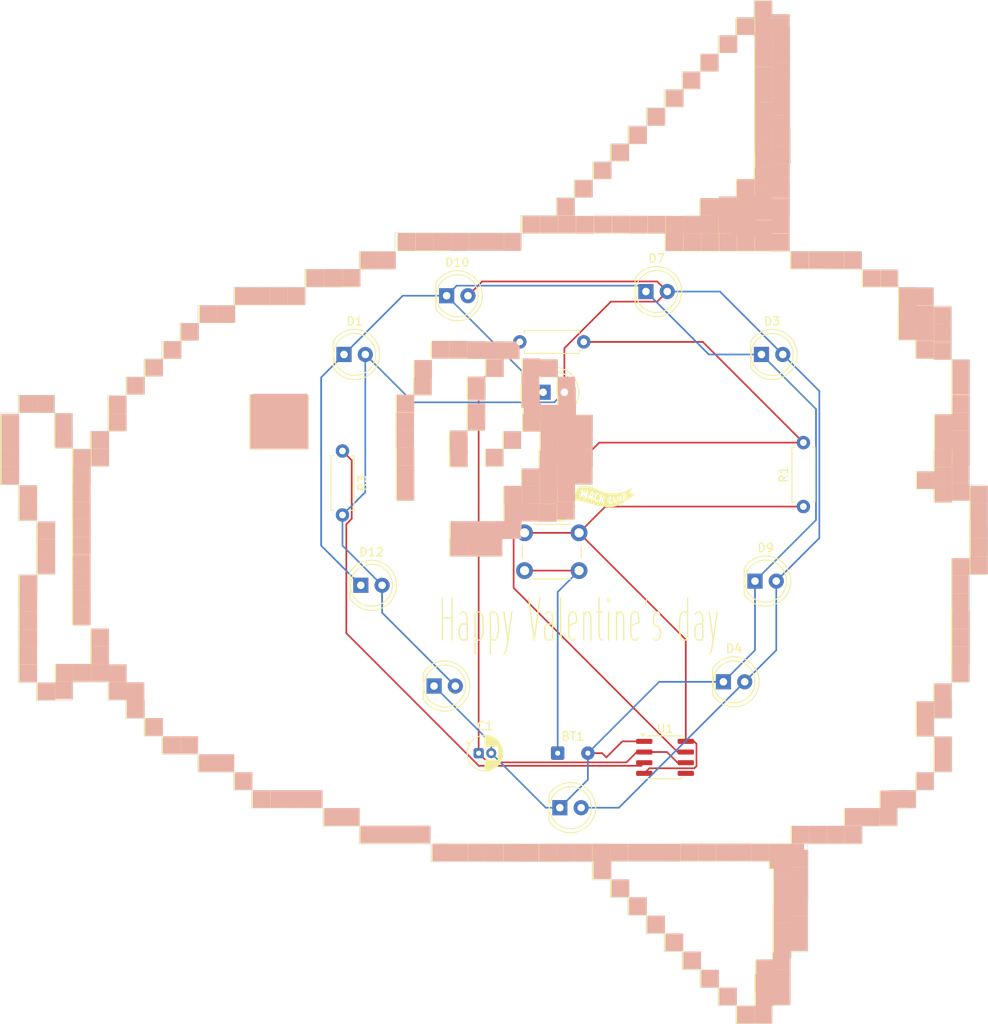
<source format=kicad_pcb>
(kicad_pcb (version 20241229) (generator "pcbnew") (generator_version "9.0")
  (layers (0 "F.Cu" signal) (2 "B.Cu" signal) (13 "F.Paste" user) (15 "B.Paste" user) (5 "F.SilkS" user "F.Silkscreen") (7 "B.SilkS" user "B.Silkscreen") (1 "F.Mask" user) (3 "B.Mask" user) (25 "Edge.Cuts" user))
  (net 0 "")
  (net 1 "GND")
  (net 2 "Net-(BT1-+)")
  (net 3 "Net-(U1-THR)")
  (net 4 "TOUT")
  (net 5 "Net-(U1-DIS)")
  (net 6 "Net-(U1-R)")
  (net 7 "Net-(U1-Q)")
  (footprint "Care_package_hc:2.1blakcsquare" (layer "F.Cu") (at 140.392824 62.242681 90)
    (property "Reference" "G***" (hide yes))
    (property "Value" "LOGO" (hide yes))
  )
  (footprint "Care_package_hc:2.1blakcsquare" (layer "F.Cu") (at 116.8 114.12)
    (property "Reference" "G***" (hide yes))
    (property "Value" "LOGO" (hide yes))
  )
  (footprint "Care_package_hc:2.1blakcsquare" (layer "F.Cu") (at 103.95 107.71)
    (property "Reference" "G***" (hide yes))
    (property "Value" "LOGO" (hide yes))
  )
  (footprint "Care_package_hc:2.1blakcsquare" (layer "F.Cu") (at 133.831412 58.491405 90)
    (property "Reference" "G***" (hide yes))
    (property "Value" "LOGO" (hide yes))
  )
  (footprint "Care_package_hc:2.1blakcsquare" (layer "F.Cu") (at 78.31 67.18)
    (property "Reference" "G***" (hide yes))
    (property "Value" "LOGO" (hide yes))
  )
  (footprint "Care_package_hc:2.1blakcsquare" (layer "F.Cu") (at 91.14 99.12)
    (property "Reference" "G***" (hide yes))
    (property "Value" "LOGO" (hide yes))
  )
  (footprint "Care_package_hc:2.1blakcsquare" (layer "F.Cu") (at 119 49.96)
    (property "Reference" "G***" (hide yes))
    (property "Value" "LOGO" (hide yes))
  )
  (footprint "Care_package_hc:2.1blakcsquare" (layer "F.Cu") (at 191.67 69.13 90)
    (property "Reference" "G***" (hide yes))
    (property "Value" "LOGO" (hide yes))
  )
  (footprint "Care_package_hc:2.1blakcsquare" (layer "F.Cu") (at 170.37 127.82)
    (property "Reference" "G***" (hide yes))
    (property "Value" "LOGO" (hide yes))
  )
  (footprint "Care_package_hc:2.1blakcsquare" (layer "F.Cu") (at 185.29 54.12 90)
    (property "Reference" "G***" (hide yes))
    (property "Value" "LOGO" (hide yes))
  )
  (footprint "Care_package_hc:2.1blakcsquare" (layer "F.Cu") (at 189.54 101.3)
    (property "Reference" "G***" (hide yes))
    (property "Value" "LOGO" (hide yes))
  )
  (footprint "Care_package_hc:2.1blakcsquare" (layer "F.Cu") (at 159.58 43.57)
    (property "Reference" "G***" (hide yes))
    (property "Value" "LOGO" (hide yes))
  )
  (footprint "Care_package_hc:2.1blakcsquare" (layer "F.Cu") (at 168.15 32.11)
    (property "Reference" "G***" (hide yes))
    (property "Value" "LOGO" (hide yes))
  )
  (footprint "LED_THT:LED_D5.0mm" (layer "F.Cu") (at 128.96 98.5)
    (property "Reference" "D2" (hide yes))
    (property "Value" "LED")
  )
  (footprint "Care_package_hc:2.1blakcsquare" (layer "F.Cu") (at 123.2 116.21)
    (property "Reference" "G***" (hide yes))
    (property "Value" "LOGO" (hide yes))
  )
  (footprint "Care_package_hc:2.1blakcsquare" (layer "F.Cu") (at 108.26 111.99)
    (property "Reference" "G***" (hide yes))
    (property "Value" "LOGO" (hide yes))
  )
  (footprint "Care_package_hc:2.1blakcsquare" (layer "F.Cu") (at 121.12 116.21)
    (property "Reference" "G***" (hide yes))
    (property "Value" "LOGO" (hide yes))
  )
  (footprint "Care_package_hc:2.1blakcsquare" (layer "F.Cu") (at 168.29 132.16)
    (property "Reference" "G***" (hide yes))
    (property "Value" "LOGO" (hide yes))
  )
  (footprint "Care_package_hc:2.1blakcsquare" (layer "F.Cu") (at 135.951412 79.941405 90)
    (property "Reference" "G***" (hide yes))
    (property "Value" "LOGO" (hide yes))
  )
  (footprint "Care_package_hc:2.1blakcsquare" (layer "F.Cu") (at 172.39 119.1)
    (property "Reference" "G***" (hide yes))
    (property "Value" "LOGO" (hide yes))
  )
  (footprint "Care_package_hc:2.1blakcsquare" (layer "F.Cu") (at 183.09 112.03)
    (property "Reference" "G***" (hide yes))
    (property "Value" "LOGO" (hide yes))
  )
  (footprint "Care_package_hc:2.1blakcsquare" (layer "F.Cu") (at 140.552824 65.802681 90)
    (property "Reference" "G***" (hide yes))
    (property "Value" "LOGO" (hide yes))
  )
  (footprint "Care_package_hc:2.1blakcsquare" (layer "F.Cu") (at 142.561412 69.491405 90)
    (property "Reference" "G***" (hide yes))
    (property "Value" "LOGO" (hide yes))
  )
  (footprint "Care_package_hc:2.1blakcsquare" (layer "F.Cu") (at 84.8 96.95)
    (property "Reference" "G***" (hide yes))
    (property "Value" "LOGO" (hide yes))
  )
  (footprint "Care_package_hc:2.1blakcsquare" (layer "F.Cu") (at 140.311405 77.858588 180)
    (property "Reference" "G***" (hide yes))
    (property "Value" "LOGO" (hide yes))
  )
  (footprint "Care_package_hc:2.1blakcsquare" (layer "F.Cu") (at 189.5 54.37 90)
    (property "Reference" "G***" (hide yes))
    (property "Value" "LOGO" (hide yes))
  )
  (footprint "Care_package_hc:2.1blakcsquare" (layer "F.Cu") (at 189.54 105.62)
    (property "Reference" "G***" (hide yes))
    (property "Value" "LOGO" (hide yes))
  )
  (footprint "Care_package_hc:2.1blakcsquare" (layer "F.Cu") (at 95.45 103.4)
    (property "Reference" "G***" (hide yes))
    (property "Value" "LOGO" (hide yes))
  )
  (footprint "Connector_Wire:SolderWire-0.1sqmm_1x02_P3.6mm_D0.4mm_OD1mm" (layer "F.Cu") (at 143.7 106.5)
    (property "Reference" "BT1")
    (property "Value" "Battery")
  )
  (footprint "Care_package_hc:2.1blakcsquare" (layer "F.Cu") (at 191.63 90.67 90)
    (property "Reference" "G***" (hide yes))
    (property "Value" "LOGO" (hide yes))
  )
  (footprint "Care_package_hc:2.1blakcsquare" (layer "F.Cu") (at 93.23 99.14)
    (property "Reference" "G***" (hide yes))
    (property "Value" "LOGO" (hide yes))
  )
  (footprint "Care_package_hc:2.1blakcsquare" (layer "F.Cu") (at 133.911412 63.461405 90)
    (property "Reference" "G***" (hide yes))
    (property "Value" "LOGO" (hide yes))
  )
  (footprint "Care_package_hc:2.1blakcsquare" (layer "F.Cu") (at 187.37 54.25 90)
    (property "Reference" "G***" (hide yes))
    (property "Value" "LOGO" (hide yes))
  )
  (footprint "Care_package_hc:2.1blakcsquare" (layer "F.Cu") (at 168.13 44.09 90)
    (property "Reference" "G***" (hide yes))
    (property "Value" "LOGO" (hide yes))
  )
  (footprint "Care_package_hc:2.1blakcsquare" (layer "F.Cu") (at 165.99 39.19)
    (property "Reference" "G***" (hide yes))
    (property "Value" "LOGO" (hide yes))
  )
  (footprint "Care_package_hc:2.1blakcsquare" (layer "F.Cu") (at 165.96 41.08)
    (property "Reference" "G***" (hide yes))
    (property "Value" "LOGO" (hide yes))
  )
  (footprint "Care_package_hc:2.1blakcsquare" (layer "F.Cu") (at 142.662824 66.082681 90)
    (property "Reference" "G***" (hide yes))
    (property "Value" "LOGO" (hide yes))
  )
  (footprint "Care_package_hc:2.1blakcsquare" (layer "F.Cu") (at 191.67 86.46 90)
    (property "Reference" "G***" (hide yes))
    (property "Value" "LOGO" (hide yes))
  )
  (footprint "Button_Switch_THT:SW_PUSH_6mm" (layer "F.Cu") (at 139.75 80.25)
    (property "Reference" "SW1")
    (property "Value" "SW_Push")
  )
  (footprint "Care_package_hc:2.1blakcsquare" (layer "F.Cu") (at 106.12 109.85)
    (property "Reference" "G***" (hide yes))
    (property "Value" "LOGO" (hide yes))
  )
  (footprint "Care_package_hc:2.1blakcsquare" (layer "F.Cu") (at 144.581412 75.541405 90)
    (property "Reference" "G***" (hide yes))
    (property "Value" "LOGO" (hide yes))
  )
  (footprint "Care_package_hc:2.1blakcsquare" (layer "F.Cu") (at 86.84 75.53)
    (property "Reference" "G***" (hide yes))
    (property "Value" "LOGO" (hide yes))
  )
  (footprint "Care_package_hc:2.1blakcsquare" (layer "F.Cu") (at 151.03 34.95)
    (property "Reference" "G***" (hide yes))
    (property "Value" "LOGO" (hide yes))
  )
  (footprint "Care_package_hc:2.1blakcsquare" (layer "F.Cu") (at 91.12 67.12 90)
    (property "Reference" "G***" (hide yes))
    (property "Value" "LOGO" (hide yes))
  )
  (footprint "Care_package_hc:2.1blakcsquare" (layer "F.Cu") (at 140.25 118.38)
    (property "Reference" "G***" (hide yes))
    (property "Value" "LOGO" (hide yes))
  )
  (footprint "Care_package_hc:2.1blakcsquare" (layer "F.Cu") (at 140.321412 63.601405 90)
    (property "Reference" "G***" (hide yes))
    (property "Value" "LOGO" (hide yes))
  )
  (footprint "Care_package_hc:2.1blakcsquare" (layer "F.Cu") (at 170.24 21.1)
    (property "Reference" "G***" (hide yes))
    (property "Value" "LOGO" (hide yes))
  )
  (footprint "Care_package_hc:2.1blakcsquare" (layer "F.Cu") (at 131.771412 69.831405 90)
    (property "Reference" "G***" (hide yes))
    (property "Value" "LOGO" (hide yes))
  )
  (footprint "Care_package_hc:2.1blakcsquare" (layer "F.Cu") (at 148.93 43.54 180)
    (property "Reference" "G***" (hide yes))
    (property "Value" "LOGO" (hide yes))
  )
  (footprint "Care_package_hc:2.1blakcsquare" (layer "F.Cu") (at 116.89 49.96)
    (property "Reference" "G***" (hide yes))
    (property "Value" "LOGO" (hide yes))
  )
  (footprint "Care_package_hc:2.1blakcsquare" (layer "F.Cu") (at 193.82 84.15 90)
    (property "Reference" "G***" (hide yes))
    (property "Value" "LOGO" (hide yes))
  )
  (footprint "Care_package_hc:2.1blakcsquare" (layer "F.Cu") (at 144.42 118.38)
    (property "Reference" "G***" (hide yes))
    (property "Value" "LOGO" (hide yes))
  )
  (footprint "Care_package_hc:2.1blakcsquare" (layer "F.Cu") (at 112.44 52.09)
    (property "Reference" "G***" (hide yes))
    (property "Value" "LOGO" (hide yes))
  )
  (footprint "Care_package_hc:2.1blakcsquare" (layer "F.Cu") (at 80.45 86.51)
    (property "Reference" "G***" (hide yes))
    (property "Value" "LOGO" (hide yes))
  )
  (footprint "Care_package_hc:2.1blakcsquare" (layer "F.Cu") (at 89.02 94.84)
    (property "Reference" "G***" (hide yes))
    (property "Value" "LOGO" (hide yes))
  )
  (footprint "Care_package_hc:2.1blakcsquare" (layer "F.Cu") (at 140.331405 75.768588 180)
    (property "Reference" "G***" (hide yes))
    (property "Value" "LOGO" (hide yes))
  )
  (footprint "Care_package_hc:2.1blakcsquare" (layer "F.Cu") (at 125.391412 67.001405 90)
    (property "Reference" "G***" (hide yes))
    (property "Value" "LOGO" (hide yes))
  )
  (footprint "LED_THT:LED_D5.0mm" (layer "F.Cu") (at 141.96 63.5)
    (property "Reference" "D6" (hide yes))
    (property "Value" "LED")
  )
  (footprint "Capacitor_THT:CP_Radial_D4.0mm_P1.50mm" (layer "F.Cu") (at 134.277401 106.5)
    (property "Reference" "C1")
    (property "Value" "C_Polarized")
  )
  (footprint "Care_package_hc:2.1blakcsquare" (layer "F.Cu") (at 163.1 41.56)
    (property "Reference" "G***" (hide yes))
    (property "Value" "LOGO" (hide yes))
  )
  (footprint "Care_package_hc:blacksquare" (layer "F.Cu") (at 110.15924 67.058705)
    (property "Reference" "G***" (hide yes))
    (property "Value" "LOGO" (hide yes))
  )
  (footprint "Care_package_hc:2.1blakcsquare" (layer "F.Cu") (at 129.74 45.63)
    (property "Reference" "G***" (hide yes))
    (property "Value" "LOGO" (hide yes))
  )
  (footprint "Care_package_hc:2.1blakcsquare" (layer "F.Cu") (at 191.67 62.75 90)
    (property "Reference" "G***" (hide yes))
    (property "Value" "LOGO" (hide yes))
  )
  (footprint "Care_package_hc:2.1blakcsquare" (layer "F.Cu") (at 127.501412 62.831405 90)
    (property "Reference" "G***" (hide yes))
    (property "Value" "LOGO" (hide yes))
  )
  (footprint "Care_package_hc:2.1blakcsquare" (layer "F.Cu") (at 78.31 71.36)
    (property "Reference" "G***" (hide yes))
    (property "Value" "LOGO" (hide yes))
  )
  (footprint "Care_package_hc:2.1blakcsquare" (layer "F.Cu") (at 151.07 43.54 180)
    (property "Reference" "G***" (hide yes))
    (property "Value" "LOGO" (hide yes))
  )
  (footprint "Care_package_hc:2.1blakcsquare" (layer "F.Cu") (at 153.16 32.9)
    (property "Reference" "G***" (hide yes))
    (property "Value" "LOGO" (hide yes))
  )
  (footprint "Care_package_hc:2.1blakcsquare" (layer "F.Cu") (at 169.91 119.24)
    (property "Reference" "G***" (hide yes))
    (property "Value" "LOGO" (hide yes))
  )
  (footprint "Care_package_hc:2.1blakcsquare" (layer "F.Cu") (at 191.67 88.57 90)
    (property "Reference" "G***" (hide yes))
    (property "Value" "LOGO" (hide yes))
  )
  (footprint "Care_package_hc:2.1blakcsquare" (layer "F.Cu") (at 163.94 22.04)
    (property "Reference" "G***" (hide yes))
    (property "Value" "LOGO" (hide yes))
  )
  (footprint "Care_package_hc:2.1blakcsquare" (layer "F.Cu") (at 114.65 49.92)
    (property "Reference" "G***" (hide yes))
    (property "Value" "LOGO" (hide yes))
  )
  (footprint "Care_package_hc:2.1blakcsquare" (layer "F.Cu") (at 165.61 118.37)
    (property "Reference" "G***" (hide yes))
    (property "Value" "LOGO" (hide yes))
  )
  (footprint "Care_package_hc:2.1blakcsquare" (layer "F.Cu") (at 163.89 135.51)
    (property "Reference" "G***" (hide yes))
    (property "Value" "LOGO" (hide yes))
  )
  (footprint "Care_package_hc:2.1blakcsquare" (layer "F.Cu") (at 84.72 99.06)
    (property "Reference" "G***" (hide yes))
    (property "Value" "LOGO" (hide yes))
  )
  (footprint "Care_package_hc:2.1blakcsquare" (layer "F.Cu") (at 121.11 47.83)
    (property "Reference" "G***" (hide yes))
    (property "Value" "LOGO" (hide yes))
  )
  (footprint "LED_THT:LED_D5.0mm" (layer "F.Cu") (at 120.225 86.5)
    (property "Reference" "D12")
    (property "Value" "LED")
  )
  (footprint "Care_package_hc:2.1blakcsquare" (layer "F.Cu") (at 170.2 45.68 90)
    (property "Reference" "G***" (hide yes))
    (property "Value" "LOGO" (hide yes))
  )
  (footprint "Care_package_hc:2.1blakcsquare" (layer "F.Cu") (at 151.051259 122.617977)
    (property "Reference" "G***" (hide yes))
    (property "Value" "LOGO" (hide yes))
  )
  (footprint "Care_package_hc:2.1blakcsquare" (layer "F.Cu") (at 157.49 45.65 180)
    (property "Reference" "G***" (hide yes))
    (property "Value" "LOGO" (hide yes))
  )
  (footprint "Care_package_hc:2.1blakcsquare" (layer "F.Cu") (at 170.23 31.57)
    (property "Reference" "G***" (hide yes))
    (property "Value" "LOGO" (hide yes))
  )
  (footprint "Care_package_hc:2.1blakcsquare" (layer "F.Cu") (at 168.15 30.01)
    (property "Reference" "G***" (hide yes))
    (property "Value" "LOGO" (hide yes))
  )
  (footprint "Care_package_hc:2.1blakcsquare" (layer "F.Cu") (at 168.12 39.95)
    (property "Reference" "G***" (hide yes))
    (property "Value" "LOGO" (hide yes))
  )
  (footprint "Care_package_hc:2.1blakcsquare" (layer "F.Cu") (at 193.83 75.74 90)
    (property "Reference" "G***" (hide yes))
    (property "Value" "LOGO" (hide yes))
  )
  (footprint "Care_package_hc:2.1blakcsquare" (layer "F.Cu") (at 89.01 92.73)
    (property "Reference" "G***" (hide yes))
    (property "Value" "LOGO" (hide yes))
  )
  (footprint "Care_package_hc:2.1blakcsquare" (layer "F.Cu") (at 159.63 45.65 180)
    (property "Reference" "G***" (hide yes))
    (property "Value" "LOGO" (hide yes))
  )
  (footprint "Care_package_hc:2.1blakcsquare" (layer "F.Cu") (at 170.4 124.16)
    (property "Reference" "G***" (hide yes))
    (property "Value" "LOGO" (hide yes))
  )
  (footprint "Care_package_hc:2.1blakcsquare" (layer "F.Cu") (at 95.46 60.59 90)
    (property "Reference" "G***" (hide yes))
    (property "Value" "LOGO" (hide yes))
  )
  (footprint "Care_package_hc:2.1blakcsquare" (layer "F.Cu") (at 174.59 47.81 180)
    (property "Reference" "G***" (hide yes))
    (property "Value" "LOGO" (hide yes))
  )
  (footprint "Care_package_hc:2.1blakcsquare" (layer "F.Cu") (at 148.94 37.09)
    (property "Reference" "G***" (hide yes))
    (property "Value" "LOGO" (hide yes))
  )
  (footprint "Care_package_hc:2.1blakcsquare" (layer "F.Cu") (at 168.14 20.05)
    (property "Reference" "G***" (hide yes))
    (property "Value" "LOGO" (hide yes))
  )
  (footprint "Care_package_hc:2.1blakcsquare" (layer "F.Cu") (at 170.2 43.54 90)
    (property "Reference" "G***" (hide yes))
    (property "Value" "LOGO" (hide yes))
  )
  (footprint "Care_package_hc:2.1blakcsquare" (layer "F.Cu") (at 129.601412 58.461405 90)
    (property "Reference" "G***" (hide yes))
    (property "Value" "LOGO" (hide yes))
  )
  (footprint "Care_package_hc:2.1blakcsquare" (layer "F.Cu") (at 136 118.35)
    (property "Reference" "G***" (hide yes))
    (property "Value" "LOGO" (hide yes))
  )
  (footprint "LED_THT:LED_D5.0mm" (layer "F.Cu") (at 163.46 98)
    (property "Reference" "D4")
    (property "Value" "LED")
  )
  (footprint "Care_package_hc:2.1blakcsquare" (layer "F.Cu") (at 191.67 64.91 90)
    (property "Reference" "G***" (hide yes))
    (property "Value" "LOGO" (hide yes))
  )
  (footprint "Care_package_hc:2.1blakcsquare" (layer "F.Cu") (at 145.821412 71.371405 90)
    (property "Reference" "G***" (hide yes))
    (property "Value" "LOGO" (hide yes))
  )
  (footprint "Care_package_hc:2.1blakcsquare" (layer "F.Cu") (at 118.91 114.12)
    (property "Reference" "G***" (hide yes))
    (property "Value" "LOGO" (hide yes))
  )
  (footprint "Care_package_hc:2.1blakcsquare" (layer "F.Cu") (at 86.83 77.63)
    (property "Reference" "G***" (hide yes))
    (property "Value" "LOGO" (hide yes))
  )
  (footprint "Care_package_hc:2.1blakcsquare" (layer "F.Cu") (at 125.28 116.21)
    (property "Reference" "G***" (hide yes))
    (property "Value" "LOGO" (hide yes))
  )
  (footprint "Care_package_hc:2.1blakcsquare" (layer "F.Cu") (at 86.84 86.06)
    (property "Reference" "G***" (hide yes))
    (property "Value" "LOGO" (hide yes))
  )
  (footprint "Care_package_hc:2.1blakcsquare" (layer "F.Cu") (at 152.89 118.37)
    (property "Reference" "G***" (hide yes))
    (property "Value" "LOGO" (hide yes))
  )
  (footprint "Care_package_hc:2.1blakcsquare" (layer "F.Cu") (at 125.56 45.63)
    (property "Reference" "G***" (hide yes))
    (property "Value" "LOGO" (hide yes))
  )
  (footprint "Care_package_hc:2.1blakcsquare" (layer "F.Cu") (at 163.87 45.65 180)
    (property "Reference" "G***" (hide yes))
    (property "Value" "LOGO" (hide yes))
  )
  (footprint "Care_package_hc:2.1blakcsquare" (layer "F.Cu") (at 157.53 28.5)
    (property "Reference" "G***" (hide yes))
    (property "Value" "LOGO" (hide yes))
  )
  (footprint "Care_package_hc:2.1blakcsquare" (layer "F.Cu") (at 170.23 27.38)
    (property "Reference" "G***" (hide yes))
    (property "Value" "LOGO" (hide yes))
  )
  (footprint "Care_package_hc:2.1blakcsquare" (layer "F.Cu") (at 86.91 96.95)
    (property "Reference" "G***" (hide yes))
    (property "Value" "LOGO" (hide yes))
  )
  (footprint "Care_package_hc:2.1blakcsquare" (layer "F.Cu") (at 191.673835 71.198284 90)
    (property "Reference" "G***" (hide yes))
    (property "Value" "LOGO" (hide yes))
  )
  (footprint "Care_package_hc:2.1blakcsquare" (layer "F.Cu") (at 138.12 118.35)
    (property "Reference" "G***" (hide yes))
    (property "Value" "LOGO" (hide yes))
  )
  (footprint "Care_package_hc:2.1blakcsquare" (layer "F.Cu") (at 168.23 135.63)
    (property "Reference" "G***" (hide yes))
    (property "Value" "LOGO" (hide yes))
  )
  (footprint "Care_package_hc:2.1blakcsquare" (layer "F.Cu") (at 174.62 116.24)
    (property "Reference" "G***" (hide yes))
    (property "Value" "LOGO" (hide yes))
  )
  (footprint "Care_package_hc:2.1blakcsquare" (layer "F.Cu") (at 191.66 97)
    (property "Reference" "G***" (hide yes))
    (property "Value" "LOGO" (hide yes))
  )
  (footprint "Care_package_hc:2.1blakcsquare" (layer "F.Cu") (at 189.5 56.46 90)
    (property "Reference" "G***" (hide yes))
    (property "Value" "LOGO" (hide yes))
  )
  (footprint "Care_package_hc:2.1blakcsquare" (layer "F.Cu") (at 131.831412 79.941405 90)
    (property "Reference" "G***" (hide yes))
    (property "Value" "LOGO" (hide yes))
  )
  (footprint "Care_package_hc:2.1blakcsquare" (layer "F.Cu") (at 164.96 41.68)
    (property "Reference" "G***" (hide yes))
    (property "Value" "LOGO" (hide yes))
  )
  (footprint "Care_package_hc:2.1blakcsquare" (layer "F.Cu") (at 189.54 71.39 90)
    (property "Reference" "G***" (hide yes))
    (property "Value" "LOGO" (hide yes))
  )
  (footprint "Care_package_hc:2.1blakcsquare" (layer "F.Cu") (at 171.9 118.37)
    (property "Reference" "G***" (hide yes))
    (property "Value" "LOGO" (hide yes))
  )
  (footprint "Care_package_hc:2.1blakcsquare" (layer "F.Cu") (at 189.59 67.21 90)
    (property "Reference" "G***" (hide yes))
    (property "Value" "LOGO" (hide yes))
  )
  (footprint "Care_package_hc:2.1blakcsquare" (layer "F.Cu") (at 86.85 71.36)
    (property "Reference" "G***" (hide yes))
    (property "Value" "LOGO" (hide yes))
  )
  (footprint "Care_package_hc:2.1blakcsquare" (layer "F.Cu") (at 140.361412 73.661405 90)
    (property "Reference" "G***" (hide yes))
    (property "Value" "LOGO" (hide yes))
  )
  (footprint "Care_package_hc:2.1blakcsquare" (layer "F.Cu") (at 176.73 116.24)
    (property "Reference" "G***" (hide yes))
    (property "Value" "LOGO" (hide yes))
  )
  (footprint "Care_package_hc:2.1blakcsquare" (layer "F.Cu") (at 148.64 118.37)
    (property "Reference" "G***" (hide yes))
    (property "Value" "LOGO" (hide yes))
  )
  (footprint "Care_package_hc:2.1blakcsquare" (layer "F.Cu") (at 144.681412 63.981405 90)
    (property "Reference" "G***" (hide yes))
    (property "Value" "LOGO" (hide yes))
  )
  (footprint "Care_package_hc:2.1blakcsquare" (layer "F.Cu") (at 165.99 19.9)
    (property "Reference" "G***" (hide yes))
    (property "Value" "LOGO" (hide yes))
  )
  (footprint "Care_package_hc:2.1blakcsquare" (layer "F.Cu") (at 80.47 94.9)
    (property "Reference" "G***" (hide yes))
    (property "Value" "LOGO" (hide yes))
  )
  (footprint "Care_package_hc:2.1blakcsquare" (layer "F.Cu") (at 168.13 45.66 180)
    (property "Reference" "G***" (hide yes))
    (property "Value" "LOGO" (hide yes))
  )
  (footprint "Care_package_hc:2.1blakcsquare" (layer "F.Cu") (at 127.36 116.21)
    (property "Reference" "G***" (hide yes))
    (property "Value" "LOGO" (hide yes))
  )
  (footprint "Care_package_hc:2.1blakcsquare" (layer "F.Cu") (at 185.32 54.2 90)
    (property "Reference" "G***" (hide yes))
    (property "Value" "LOGO" (hide yes))
  )
  (footprint "Care_package_hc:2.1blakcsquare" (layer "F.Cu") (at 142.471412 72.101405 90)
    (property "Reference" "G***" (hide yes))
    (property "Value" "LOGO" (hide yes))
  )
  (footprint "Care_package_hc:2.1blakcsquare" (layer "F.Cu") (at 140.41 43.55 180)
    (property "Reference" "G***" (hide yes))
    (property "Value" "LOGO" (hide yes))
  )
  (footprint "Care_package_hc:2.1blakcsquare" (layer "F.Cu") (at 129.71 118.36)
    (property "Reference" "G***" (hide yes))
    (property "Value" "LOGO" (hide yes))
  )
  (footprint "Care_package_hc:2.1blakcsquare" (layer "F.Cu") (at 170.2 35.23)
    (property "Reference" "G***" (hide yes))
    (property "Value" "LOGO" (hide yes))
  )
  (footprint "Care_package_hc:2.1blakcsquare" (layer "F.Cu") (at 157.16 118.38)
    (property "Reference" "G***" (hide yes))
    (property "Value" "LOGO" (hide yes))
  )
  (footprint "Care_package_hc:2.1blakcsquare" (layer "F.Cu") (at 131.801412 82.041405 90)
    (property "Reference" "G***" (hide yes))
    (property "Value" "LOGO" (hide yes))
  )
  (footprint "Care_package_hc:2.1blakcsquare" (layer "F.Cu") (at 161.73 45.65 180)
    (property "Reference" "G***" (hide yes))
    (property "Value" "LOGO" (hide yes))
  )
  (footprint "Care_package_hc:2.1blakcsquare" (layer "F.Cu") (at 167.72 118.37)
    (property "Reference" "G***" (hide yes))
    (property "Value" "LOGO" (hide yes))
  )
  (footprint "Care_package_hc:2.1blakcsquare" (layer "F.Cu") (at 191.64 75.39 90)
    (property "Reference" "G***" (hide yes))
    (property "Value" "LOGO" (hide yes))
  )
  (footprint "Care_package_hc:2.1blakcsquare" (layer "F.Cu") (at 172.36 124.85)
    (property "Reference" "G***" (hide yes))
    (property "Value" "LOGO" (hide yes))
  )
  (footprint "Care_package_hc:2.1blakcsquare" (layer "F.Cu") (at 183.02 114.1)
    (property "Reference" "G***" (hide yes))
    (property "Value" "LOGO" (hide yes))
  )
  (footprint "Care_package_hc:2.1blakcsquare" (layer "F.Cu") (at 155.36 43.57 180)
    (property "Reference" "G***" (hide yes))
    (property "Value" "LOGO" (hide yes))
  )
  (footprint "LED_THT:LED_D5.0mm" (layer "F.Cu") (at 167.225 86)
    (property "Reference" "D9")
    (property "Value" "LED")
  )
  (footprint "Care_package_hc:2.1blakcsquare" (layer "F.Cu") (at 170.37 125.72)
    (property "Reference" "G***" (hide yes))
    (property "Value" "LOGO" (hide yes))
  )
  (footprint "Care_package_hc:2.1blakcsquare" (layer "F.Cu") (at 183.13 49.95 180)
    (property "Reference" "G***" (hide yes))
    (property "Value" "LOGO" (hide yes))
  )
  (footprint "Care_package_hc:2.1blakcsquare" (layer "F.Cu") (at 170.28 133.39)
    (property "Reference" "G***" (hide yes))
    (property "Value" "LOGO" (hide yes))
  )
  (footprint "Care_package_hc:2.1blakcsquare" (layer "F.Cu") (at 189.54 73.5 90)
    (property "Reference" "G***" (hide yes))
    (property "Value" "LOGO" (hide yes))
  )
  (footprint "Care_package_hc:2.1blakcsquare" (layer "F.Cu") (at 144.68 43.55 180)
    (property "Reference" "G***" (hide yes))
    (property "Value" "LOGO" (hide yes))
  )
  (footprint "Care_package_hc:2.1blakcsquare" (layer "F.Cu") (at 191.67 60.71 90)
    (property "Reference" "G***" (hide yes))
    (property "Value" "LOGO" (hide yes))
  )
  (footprint "Care_package_hc:2.1blakcsquare" (layer "F.Cu") (at 82.56 64.92)
    (property "Reference" "G***" (hide yes))
    (property "Value" "LOGO" (hide yes))
  )
  (footprint "Care_package_hc:2.1blakcsquare" (layer "F.Cu") (at 193.82 82.04 90)
    (property "Reference" "G***" (hide yes))
    (property "Value" "LOGO" (hide yes))
  )
  (footprint "Care_package_hc:2.1blakcsquare" (layer "F.Cu") (at 133.891412 82.041405 90)
    (property "Reference" "G***" (hide yes))
    (property "Value" "LOGO" (hide yes))
  )
  (footprint "Care_package_hc:2.1blakcsquare" (layer "F.Cu") (at 80.46 77.74)
    (property "Reference" "G***" (hide yes))
    (property "Value" "LOGO" (hide yes))
  )
  (footprint "Care_package_hc:2.1blakcsquare" (layer "F.Cu") (at 191.67 67.02 90)
    (property "Reference" "G***" (hide yes))
    (property "Value" "LOGO" (hide yes))
  )
  (footprint "Care_package_hc:2.1blakcsquare" (layer "F.Cu") (at 114.48 111.99)
    (property "Reference" "G***" (hide yes))
    (property "Value" "LOGO" (hide yes))
  )
  (footprint "Care_package_hc:2.1blakcsquare" (layer "F.Cu") (at 99.66 105.57)
    (property "Reference" "G***" (hide yes))
    (property "Value" "LOGO" (hide yes))
  )
  (footprint "Care_package_hc:2.1blakcsquare" (layer "F.Cu") (at 193.82 79.93 90)
    (property "Reference" "G***" (hide yes))
    (property "Value" "LOGO" (hide yes))
  )
  (footprint "Care_package_hc:2.1blakcsquare" (layer "F.Cu") (at 165.99 45.66 180)
    (property "Reference" "G***" (hide yes))
    (property "Value" "LOGO" (hide yes))
  )
  (footprint "Care_package_hc:2.1blakcsquare" (layer "F.Cu") (at 99.73 56.32 90)
    (property "Reference" "G***" (hide yes))
    (property "Value" "LOGO" (hide yes))
  )
  (footprint "Care_package_hc:2.1blakcsquare" (layer "F.Cu") (at 138.2 45.61)
    (property "Reference" "G***" (hide yes))
    (property "Value" "LOGO" (hide yes))
  )
  (footprint "Care_package_hc:2.1blakcsquare" (layer "F.Cu") (at 172.39 121.2)
    (property "Reference" "G***" (hide yes))
    (property "Value" "LOGO" (hide yes))
  )
  (footprint "Care_package_hc:2.1blakcsquare" (layer "F.Cu") (at 89.03 71.31 90)
    (property "Reference" "G***" (hide yes))
    (property "Value" "LOGO" (hide yes))
  )
  (footprint "Care_package_hc:2.1blakcsquare" (layer "F.Cu") (at 135.921412 82.041405 90)
    (property "Reference" "G***" (hide yes))
    (property "Value" "LOGO" (hide yes))
  )
  (footprint "Care_package_hc:2.1blakcsquare" (layer "F.Cu") (at 172.39 123.29)
    (property "Reference" "G***" (hide yes))
    (property "Value" "LOGO" (hide yes))
  )
  (footprint "Care_package_hc:2.1blakcsquare" (layer "F.Cu") (at 144.56 41.42)
    (property "Reference" "G***" (hide yes))
    (property "Value" "LOGO" (hide yes))
  )
  (footprint "Care_package_hc:2.1blakcsquare" (layer "F.Cu") (at 133.871412 67.041405 90)
    (property "Reference" "G***" (hide yes))
    (property "Value" "LOGO" (hide yes))
  )
  (footprint "Care_package_hc:2.1blakcsquare" (layer "F.Cu") (at 133.921412 79.941405 90)
    (property "Reference" "G***" (hide yes))
    (property "Value" "LOGO" (hide yes))
  )
  (footprint "Care_package_hc:2.1blakcsquare" (layer "F.Cu") (at 170.21 41.46 90)
    (property "Reference" "G***" (hide yes))
    (property "Value" "LOGO" (hide yes))
  )
  (footprint "Care_package_hc:2.1blakcsquare" (layer "F.Cu") (at 110.34 111.99)
    (property "Reference" "G***" (hide yes))
    (property "Value" "LOGO" (hide yes))
  )
  (footprint "Care_package_hc:2.1blakcsquare" (layer "F.Cu") (at 170.24 25.29)
    (property "Reference" "G***" (hide yes))
    (property "Value" "LOGO" (hide yes))
  )
  (footprint "Care_package_hc:2.1blakcsquare" (layer "F.Cu") (at 172.36 126.95)
    (property "Reference" "G***" (hide yes))
    (property "Value" "LOGO" (hide yes))
  )
  (footprint "Care_package_hc:2.1blakcsquare" (layer "F.Cu") (at 86.82 81.83)
    (property "Reference" "G***" (hide yes))
    (property "Value" "LOGO" (hide yes))
  )
  (footprint "Care_package_hc:2.1blakcsquare" (layer "F.Cu") (at 136.091412 60.661405 90)
    (property "Reference" "G***" (hide yes))
    (property "Value" "LOGO" (hide yes))
  )
  (footprint "Care_package_hc:2.1blakcsquare" (layer "F.Cu") (at 125.411412 64.861405 90)
    (property "Reference" "G***" (hide yes))
    (property "Value" "LOGO" (hide yes))
  )
  (footprint "Care_package_hc:2.1blakcsquare" (layer "F.Cu") (at 168.16 23.71)
    (property "Reference" "G***" (hide yes))
    (property "Value" "LOGO" (hide yes))
  )
  (footprint "Care_package_hc:2.1blakcsquare" (layer "F.Cu") (at 146.82 43.55 180)
    (property "Reference" "G***" (hide yes))
    (property "Value" "LOGO" (hide yes))
  )
  (footprint "Care_package_hc:2.1blakcsquare" (layer "F.Cu") (at 155.35 30.72)
    (property "Reference" "G***" (hide yes))
    (property "Value" "LOGO" (hide yes))
  )
  (footprint "Care_package_hc:2.1blakcsquare" (layer "F.Cu") (at 169.83 118.37)
    (property "Reference" "G***" (hide yes))
    (property "Value" "LOGO" (hide yes))
  )
  (footprint "Care_package_hc:2.1blakcsquare" (layer "F.Cu") (at 140.392824 64.342939 90)
    (property "Reference" "G***" (hide yes))
    (property "Value" "LOGO" (hide yes))
  )
  (footprint "Care_package_hc:2.1blakcsquare" (layer "F.Cu") (at 167.57 41.241598)
    (property "Reference" "G***" (hide yes))
    (property "Value" "LOGO" (hide yes))
  )
  (footprint "Resistor_THT:R_Axial_DIN0207_L6.3mm_D2.5mm_P7.62mm_Horizontal" (layer "F.Cu") (at 118.04 70.5 -90)
    (property "Reference" "R3")
    (property "Value" "R")
  )
  (footprint "Care_package_hc:2.1blakcsquare" (layer "F.Cu") (at 140.481412 67.161405 90)
    (property "Reference" "G***" (hide yes))
    (property "Value" "LOGO" (hide yes))
  )
  (footprint "Care_package_hc:2.1blakcsquare" (layer "F.Cu") (at 170.28 135.48)
    (property "Reference" "G***" (hide yes))
    (property "Value" "LOGO" (hide yes))
  )
  (footprint "Care_package_hc:2.1blakcsquare" (layer "F.Cu") (at 170.27 19.54)
    (property "Reference" "G***" (hide yes))
    (property "Value" "LOGO" (hide yes))
  )
  (footprint "Care_package_hc:2.1blakcsquare" (layer "F.Cu") (at 146.701412 69.251405 90)
    (property "Reference" "G***" (hide yes))
    (property "Value" "LOGO" (hide yes))
  )
  (footprint "Care_package_hc:2.1blakcsquare" (layer "F.Cu") (at 146.711412 67.261405 90)
    (property "Reference" "G***" (hide yes))
    (property "Value" "LOGO" (hide yes))
  )
  (footprint "Care_package_hc:2.1blakcsquare" (layer "F.Cu") (at 91.12 65.01 90)
    (property "Reference" "G***" (hide yes))
    (property "Value" "LOGO" (hide yes))
  )
  (footprint "Care_package_hc:2.1blakcsquare" (layer "F.Cu") (at 187.37 52.11 90)
    (property "Reference" "G***" (hide yes))
    (property "Value" "LOGO" (hide yes))
  )
  (footprint "Care_package_hc:2.1blakcsquare" (layer "F.Cu") (at 138.161412 69.221405 90)
    (property "Reference" "G***" (hide yes))
    (property "Value" "LOGO" (hide yes))
  )
  (footprint "Care_package_hc:2.1blakcsquare" (layer "F.Cu") (at 142.451412 75.771405 90)
    (property "Reference" "G***" (hide yes))
    (property "Value" "LOGO" (hide yes))
  )
  (footprint "Care_package_hc:2.1blakcsquare" (layer "F.Cu") (at 116.76 49.92)
    (property "Reference" "G***" (hide yes))
    (property "Value" "LOGO" (hide yes))
  )
  (footprint "Care_package_hc:blacksquare" (layer "F.Cu") (at 110.6 67.06)
    (property "Reference" "G***" (hide yes))
    (property "Value" "LOGO" (hide yes))
  )
  (footprint "Care_package_hc:2.1blakcsquare" (layer "F.Cu") (at 189.5 58.6 90)
    (property "Reference" "G***" (hide yes))
    (property "Value" "LOGO" (hide yes))
  )
  (footprint "Care_package_hc:2.1blakcsquare" (layer "F.Cu") (at 163.47 118.37)
    (property "Reference" "G***" (hide yes))
    (property "Value" "LOGO" (hide yes))
  )
  (footprint "Resistor_THT:R_Axial_DIN0207_L6.3mm_D2.5mm_P7.62mm_Horizontal" (layer "F.Cu") (at 146.81 57.5 180)
    (property "Reference" "R2" (hide yes))
    (property "Value" "R")
  )
  (footprint "Care_package_hc:2.1blakcsquare" (layer "F.Cu") (at 161.74 133.39)
    (property "Reference" "G***" (hide yes))
    (property "Value" "LOGO" (hide yes))
  )
  (footprint "Care_package_hc:2.1blakcsquare" (layer "F.Cu") (at 125.431412 71.211405 90)
    (property "Reference" "G***" (hide yes))
    (property "Value" "LOGO" (hide yes))
  )
  (footprint "Care_package_hc:2.1blakcsquare" (layer "F.Cu") (at 168.19 21.71)
    (property "Reference" "G***" (hide yes))
    (property "Value" "LOGO" (hide yes))
  )
  (footprint "Care_package_hc:2.1blakcsquare" (layer "F.Cu") (at 136.061412 71.321405 90)
    (property "Reference" "G***" (hide yes))
    (property "Value" "LOGO" (hide yes))
  )
  (footprint "Care_package_hc:2.1blakcsquare" (layer "F.Cu") (at 153.15 124.75)
    (property "Reference" "G***" (hide yes))
    (property "Value" "LOGO" (hide yes))
  )
  (footprint "Care_package_hc:2.1blakcsquare" (layer "F.Cu") (at 144.651412 69.331405 90)
    (property "Reference" "G***" (hide yes))
    (property "Value" "LOGO" (hide yes))
  )
  (footprint "Care_package_hc:2.1blakcsquare" (layer "F.Cu") (at 193.83 77.85 90)
    (property "Reference" "G***" (hide yes))
    (property "Value" "LOGO" (hide yes))
  )
  (footprint "Care_package_hc:2.1blakcsquare" (layer "F.Cu") (at 166.07 44.01)
    (property "Reference" "G***" (hide yes))
    (property "Value" "LOGO" (hide yes))
  )
  (footprint "Care_package_hc:2.1blakcsquare" (layer "F.Cu") (at 170.2 37.32)
    (property "Reference" "G***" (hide yes))
    (property "Value" "LOGO" (hide yes))
  )
  (footprint "Care_package_hc:2.1blakcsquare" (layer "F.Cu") (at 157.47 43.55)
    (property "Reference" "G***" (hide yes))
    (property "Value" "LOGO" (hide yes))
  )
  (footprint "Care_package_hc:2.1blakcsquare" (layer "F.Cu") (at 86.84 83.96)
    (property "Reference" "G***" (hide yes))
    (property "Value" "LOGO" (hide yes))
  )
  (footprint "Care_package_hc:2.1blakcsquare" (layer "F.Cu") (at 93.28 62.75 90)
    (property "Reference" "G***" (hide yes))
    (property "Value" "LOGO" (hide yes))
  )
  (footprint "Care_package_hc:2.1blakcsquare" (layer "F.Cu") (at 155.31 126.93)
    (property "Reference" "G***" (hide yes))
    (property "Value" "LOGO" (hide yes))
  )
  (footprint "Care_package_hc:2.1blakcsquare" (layer "F.Cu") (at 86.83 88.16)
    (property "Reference" "G***" (hide yes))
    (property "Value" "LOGO" (hide yes))
  )
  (footprint "Care_package_hc:2.1blakcsquare" (layer "F.Cu") (at 80.45 64.92)
    (property "Reference" "G***" (hide yes))
    (property "Value" "LOGO" (hide yes))
  )
  (footprint "Care_package_hc:2.1blakcsquare" (layer "F.Cu") (at 125.391412 69.111405 90)
    (property "Reference" "G***" (hide yes))
    (property "Value" "LOGO" (hide yes))
  )
  (footprint "Care_package_hc:2.1blakcsquare" (layer "F.Cu") (at 189.52 99.27)
    (property "Reference" "G***" (hide yes))
    (property "Value" "LOGO" (hide yes))
  )
  (footprint "Care_package_hc:2.1blakcsquare" (layer "F.Cu") (at 131.79 118.35)
    (property "Reference" "G***" (hide yes))
    (property "Value" "LOGO" (hide yes))
  )
  (footprint "Care_package_hc:2.1blakcsquare" (layer "F.Cu") (at 168.19 17.91)
    (property "Reference" "G***" (hide yes))
    (property "Value" "LOGO" (hide yes))
  )
  (footprint "Care_package_hc:2.1blakcsquare" (layer "F.Cu") (at 82.61 84.177157)
    (property "Reference" "G***" (hide yes))
    (property "Value" "LOGO" (hide yes))
  )
  (footprint "Care_package_hc:2.1blakcsquare" (layer "F.Cu") (at 108.25 52.09)
    (property "Reference" "G***" (hide yes))
    (property "Value" "LOGO" (hide yes))
  )
  (footprint "Care_package_hc:2.1blakcsquare" (layer "F.Cu") (at 137.261412 79.951405 90)
    (property "Reference" "G***" (hide yes))
    (property "Value" "LOGO" (hide yes))
  )
  (footprint "Care_package_hc:2.1blakcsquare" (layer "F.Cu") (at 187.37 56.33 90)
    (property "Reference" "G***" (hide yes))
    (property "Value" "LOGO" (hide yes))
  )
  (footprint "Care_package_hc:2.1blakcsquare" (layer "F.Cu") (at 159.61 131.21)
    (property "Reference" "G***" (hide yes))
    (property "Value" "LOGO" (hide yes))
  )
  (footprint "Care_package_hc:2.1blakcsquare" (layer "F.Cu") (at 101.95 54.21)
    (property "Reference" "G***" (hide yes))
    (property "Value" "LOGO" (hide yes))
  )
  (footprint "Resistor_THT:R_Axial_DIN0207_L6.3mm_D2.5mm_P7.62mm_Horizontal" (layer "F.Cu") (at 173 77.12 90)
    (property "Reference" "R1")
    (property "Value" "R_Variable")
  )
  (footprint "Care_package_hc:2.1blakcsquare" (layer "F.Cu") (at 191.63 94.89 90)
    (property "Reference" "G***" (hide yes))
    (property "Value" "LOGO" (hide yes))
  )
  (footprint "Care_package_hc:2.1blakcsquare" (layer "F.Cu") (at 86.84 73.44)
    (property "Reference" "G***" (hide yes))
    (property "Value" "LOGO" (hide yes))
  )
  (footprint "Care_package_hc:2.1blakcsquare" (layer "F.Cu") (at 78.31 73.46)
    (property "Reference" "G***" (hide yes))
    (property "Value" "LOGO" (hide yes))
  )
  (footprint "Care_package_hc:2.1blakcsquare" (layer "F.Cu") (at 184.26 111.99)
    (property "Reference" "G***" (hide yes))
    (property "Value" "LOGO" (hide yes))
  )
  (footprint "Care_package_hc:2.1blakcsquare" (layer "F.Cu") (at 148.92 120.47)
    (property "Reference" "G***" (hide yes))
    (property "Value" "LOGO" (hide yes))
  )
  (footprint "LED_THT:LED_D5.0mm" (layer "F.Cu") (at 168 59)
    (property "Reference" "D3")
    (property "Value" "LED")
  )
  (footprint "Care_package_hc:2.1blakcsquare" (layer "F.Cu") (at 142.411405 77.888588 180)
    (property "Reference" "G***" (hide yes))
    (property "Value" "LOGO" (hide yes))
  )
  (footprint "Care_package_hc:2.1blakcsquare" (layer "F.Cu") (at 187.43 74 90)
    (property "Reference" "G***" (hide yes))
    (property "Value" "LOGO" (hide yes))
  )
  (footprint "Care_package_hc:2.1blakcsquare" (layer "F.Cu") (at 159.53 26.36)
    (property "Reference" "G***" (hide yes))
    (property "Value" "LOGO" (hide yes))
  )
  (footprint "Care_package_hc:2.1blakcsquare" (layer "F.Cu") (at 170.4 119.97)
    (property "Reference" "G***" (hide yes))
    (property "Value" "LOGO" (hide yes))
  )
  (footprint "Care_package_hc:2.1blakcsquare" (layer "F.Cu") (at 185.26 111.99)
    (property "Reference" "G***" (hide yes))
    (property "Value" "LOGO" (hide yes))
  )
  (footprint "Care_package_hc:blacksquare" (layer "F.Cu") (at 110.3 66.96)
    (property "Reference" "G***" (hide yes))
    (property "Value" "LOGO" (hide yes))
  )
  (footprint "Care_package_hc:2.1blakcsquare" (layer "F.Cu") (at 168.19 133.89)
    (property "Reference" "G***" (hide yes))
    (property "Value" "LOGO" (hide yes))
  )
  (footprint "LED_THT:LED_D5.0mm" (layer "F.Cu") (at 118.225 59)
    (property "Reference" "D1")
    (property "Value" "LED")
  )
  (footprint "Care_package_hc:2.1blakcsquare" (layer "F.Cu") (at 146.711412 71.361405 90)
    (property "Reference" "G***" (hide yes))
    (property "Value" "LOGO" (hide yes))
  )
  (footprint "Care_package_hc:2.1blakcsquare" (layer "F.Cu") (at 125.431412 75.391405 90)
    (property "Reference" "G***" (hide yes))
    (property "Value" "LOGO" (hide yes))
  )
  (footprint "LED_THT:LED_D5.0mm" (layer "F.Cu") (at 130.46 52)
    (property "Reference" "D10")
    (property "Value" "LED")
  )
  (footprint "Care_package_hc:2.1blakcsquare" (layer "F.Cu") (at 125.431412 73.321405 90)
    (property "Reference" "G***" (hide yes))
    (property "Value" "LOGO" (hide yes))
  )
  (footprint "Care_package_hc:2.1blakcsquare" (layer "F.Cu") (at 80.45 86.32)
    (property "Reference" "G***" (hide yes))
    (property "Value" "LOGO" (hide yes))
  )
  (footprint "Care_package_hc:Orphleft" (layer "F.Cu") (at 147.77 76.78)
    (property "Reference" "G***" (hide yes))
    (property "Value" "LOGO" (hide yes))
  )
  (footprint "Care_package_hc:2.1blakcsquare" (layer "F.Cu") (at 89.03 69.2 90)
    (property "Reference" "G***" (hide yes))
    (property "Value" "LOGO" (hide yes))
  )
  (footprint "Care_package_hc:2.1blakcsquare" (layer "F.Cu") (at 84.691644 69.1565)
    (property "Reference" "G***" (hide yes))
    (property "Value" "LOGO" (hide yes))
  )
  (footprint "Care_package_hc:2.1blakcsquare" (layer "F.Cu") (at 161.38 118.38)
    (property "Reference" "G***" (hide yes))
    (property "Value" "LOGO" (hide yes))
  )
  (footprint "Care_package_hc:2.1blakcsquare" (layer "F.Cu") (at 168.15 34.2)
    (property "Reference" "G***" (hide yes))
    (property "Value" "LOGO" (hide yes))
  )
  (footprint "Care_package_hc:2.1blakcsquare" (layer "F.Cu") (at 176.66 47.8 180)
    (property "Reference" "G***" (hide yes))
    (property "Value" "LOGO" (hide yes))
  )
  (footprint "Care_package_hc:2.1blakcsquare" (layer "F.Cu") (at 168.16 27.92)
    (property "Reference" "G***" (hide yes))
    (property "Value" "LOGO" (hide yes))
  )
  (footprint "Care_package_hc:2.1blakcsquare" (layer "F.Cu") (at 104.06 54.21)
    (property "Reference" "G***" (hide yes))
    (property "Value" "LOGO" (hide yes))
  )
  (footprint "Care_package_hc:2.1blakcsquare" (layer "F.Cu") (at 161.71 24.26)
    (property "Reference" "G***" (hide yes))
    (property "Value" "LOGO" (hide yes))
  )
  (footprint "Care_package_hc:2.1blakcsquare" (layer "F.Cu") (at 136.06 45.59)
    (property "Reference" "G***" (hide yes))
    (property "Value" "LOGO" (hide yes))
  )
  (footprint "Care_package_hc:2.1blakcsquare" (layer "F.Cu") (at 168.12 37.86)
    (property "Reference" "G***" (hide yes))
    (property "Value" "LOGO" (hide yes))
  )
  (footprint "Care_package_hc:2.1blakcsquare" (layer "F.Cu") (at 144.601412 62.731405 90)
    (property "Reference" "G***" (hide yes))
    (property "Value" "LOGO" (hide yes))
  )
  (footprint "Care_package_hc:2.1blakcsquare" (layer "F.Cu") (at 189.54 107.7)
    (property "Reference" "G***" (hide yes))
    (property "Value" "LOGO" (hide yes))
  )
  (footprint "Care_package_hc:2.1blakcsquare" (layer "F.Cu") (at 178.8 47.8 180)
    (property "Reference" "G***" (hide yes))
    (property "Value" "LOGO" (hide yes))
  )
  (footprint "Care_package_hc:2.1blakcsquare" (layer "F.Cu") (at 187.37 58.47 90)
    (property "Reference" "G***" (hide yes))
    (property "Value" "LOGO" (hide yes))
  )
  (footprint "Package_SO:SOIC-8_3.9x4.9mm_P1.27mm" (layer "F.Cu") (at 156.5 107)
    (property "Reference" "U1")
    (property "Value" "U1ICM7555xB")
  )
  (footprint "Care_package_hc:2.1blakcsquare" (layer "F.Cu") (at 110.33 52.09)
    (property "Reference" "G***" (hide yes))
    (property "Value" "LOGO" (hide yes))
  )
  (footprint "Care_package_hc:2.1blakcsquare" (layer "F.Cu") (at 133.901412 62.711405 90)
    (property "Reference" "G***" (hide yes))
    (property "Value" "LOGO" (hide yes))
  )
  (footprint "Care_package_hc:2.1blakcsquare" (layer "F.Cu") (at 168.12 35.76)
    (property "Reference" "G***" (hide yes))
    (property "Value" "LOGO" (hide yes))
  )
  (footprint "Care_package_hc:2.1blakcsquare" (layer "F.Cu") (at 163.83 41.26)
    (property "Reference" "G***" (hide yes))
    (property "Value" "LOGO" (hide yes))
  )
  (footprint "Care_package_hc:2.1blakcsquare" (layer "F.Cu") (at 161.69 43.55)
    (property "Reference" "G***" (hide yes))
    (property "Value" "LOGO" (hide yes))
  )
  (footprint "Care_package_hc:2.1blakcsquare" (layer "F.Cu") (at 189.54 75.61 90)
    (property "Reference" "G***" (hide yes))
    (property "Value" "LOGO" (hide yes))
  )
  (footprint "Care_package_hc:2.1blakcsquare" (layer "F.Cu") (at 140.441412 60.551405 90)
    (property "Reference" "G***" (hide yes))
    (property "Value" "LOGO" (hide yes))
  )
  (footprint "Care_package_hc:blacksquare" (layer "F.Cu") (at 110.4 67.06)
    (property "Reference" "G***" (hide yes))
    (property "Value" "LOGO" (hide yes))
  )
  (footprint "Care_package_hc:2.1blakcsquare" (layer "F.Cu") (at 170.2 33.13)
    (property "Reference" "G***" (hide yes))
    (property "Value" "LOGO" (hide yes))
  )
  (footprint "Care_package_hc:2.1blakcsquare" (layer "F.Cu") (at 78.31 69.26)
    (property "Reference" "G***" (hide yes))
    (property "Value" "LOGO" (hide yes))
  )
  (footprint "Care_package_hc:2.1blakcsquare" (layer "F.Cu") (at 80.47 97.02)
    (property "Reference" "G***" (hide yes))
    (property "Value" "LOGO" (hide yes))
  )
  (footprint "Care_package_hc:2.1blakcsquare" (layer "F.Cu") (at 168.13 41.95 90)
    (property "Reference" "G***" (hide yes))
    (property "Value" "LOGO" (hide yes))
  )
  (footprint "Care_package_hc:2.1blakcsquare" (layer "F.Cu") (at 170.37 129.91)
    (property "Reference" "G***" (hide yes))
    (property "Value" "LOGO" (hide yes))
  )
  (footprint "Care_package_hc:2.1blakcsquare" (layer "F.Cu") (at 144.541412 71.411405 90)
    (property "Reference" "G***" (hide yes))
    (property "Value" "LOGO" (hide yes))
  )
  (footprint "Care_package_hc:2.1blakcsquare" (layer "F.Cu") (at 123.22 47.83)
    (property "Reference" "G***" (hide yes))
    (property "Value" "LOGO" (hide yes))
  )
  (footprint "Care_package_hc:2.1blakcsquare" (layer "F.Cu") (at 131.791412 71.391405 90)
    (property "Reference" "G***" (hide yes))
    (property "Value" "LOGO" (hide yes))
  )
  (footprint "Care_package_hc:2.1blakcsquare" (layer "F.Cu") (at 187.39 109.85)
    (property "Reference" "G***" (hide yes))
    (property "Value" "LOGO" (hide yes))
  )
  (footprint "Care_package_hc:2.1blakcsquare" (layer "F.Cu") (at 146.7 39.28)
    (property "Reference" "G***" (hide yes))
    (property "Value" "LOGO" (hide yes))
  )
  (footprint "Care_package_hc:2.1blakcsquare" (layer "F.Cu") (at 142.591412 67.441405 90)
    (property "Reference" "G***" (hide yes))
    (property "Value" "LOGO" (hide yes))
  )
  (footprint "Care_package_hc:2.1blakcsquare" (layer "F.Cu") (at 133.88 118.35)
    (property "Reference" "G***" (hide yes))
    (property "Value" "LOGO" (hide yes))
  )
  (footprint "Care_package_hc:2.1blakcsquare" (layer "F.Cu") (at 142.33 118.38)
    (property "Reference" "G***" (hide yes))
    (property "Value" "LOGO" (hide yes))
  )
  (footprint "Care_package_hc:2.1blakcsquare" (layer "F.Cu") (at 168.16 25.83)
    (property "Reference" "G***" (hide yes))
    (property "Value" "LOGO" (hide yes))
  )
  (footprint "Care_package_hc:2.1blakcsquare" (layer "F.Cu") (at 159.25 118.38)
    (property "Reference" "G***" (hide yes))
    (property "Value" "LOGO" (hide yes))
  )
  (footprint "Care_package_hc:2.1blakcsquare" (layer "F.Cu") (at 172.36 129.04)
    (property "Reference" "G***" (hide yes))
    (property "Value" "LOGO" (hide yes))
  )
  (footprint "Care_package_hc:2.1blakcsquare" (layer "F.Cu") (at 180.912181 114.122572)
    (property "Reference" "G***" (hide yes))
    (property "Value" "LOGO" (hide yes))
  )
  (footprint "Care_package_hc:2.1blakcsquare" (layer "F.Cu") (at 86.83 90.25)
    (property "Reference" "G***" (hide yes))
    (property "Value" "LOGO" (hide yes))
  )
  (footprint "Care_package_hc:2.1blakcsquare" (layer "F.Cu") (at 80.46 92.81)
    (property "Reference" "G***" (hide yes))
    (property "Value" "LOGO" (hide yes))
  )
  (footprint "Care_package_hc:2.1blakcsquare" (layer "F.Cu") (at 97.66 58.48 90)
    (property "Reference" "G***" (hide yes))
    (property "Value" "LOGO" (hide yes))
  )
  (footprint "Care_package_hc:2.1blakcsquare" (layer "F.Cu") (at 142.541412 60.661405 90)
    (property "Reference" "G***" (hide yes))
    (property "Value" "LOGO" (hide yes))
  )
  (footprint "Care_package_hc:2.1blakcsquare" (layer "F.Cu") (at 191.64 73.28 90)
    (property "Reference" "G***" (hide yes))
    (property "Value" "LOGO" (hide yes))
  )
  (footprint "Care_package_hc:2.1blakcsquare" (layer "F.Cu") (at 91.12 97)
    (property "Reference" "G***" (hide yes))
    (property "Value" "LOGO" (hide yes))
  )
  (footprint "Care_package_hc:2.1blakcsquare" (layer "F.Cu") (at 155 118.37)
    (property "Reference" "G***" (hide yes))
    (property "Value" "LOGO" (hide yes))
  )
  (footprint "Care_package_hc:2.1blakcsquare" (layer "F.Cu") (at 168.12 137.66)
    (property "Reference" "G***" (hide yes))
    (property "Value" "LOGO" (hide yes))
  )
  (footprint "Care_package_hc:2.1blakcsquare" (layer "F.Cu") (at 170.21 39.32 90)
    (property "Reference" "G***" (hide yes))
    (property "Value" "LOGO" (hide yes))
  )
  (footprint "Care_package_hc:2.1blakcsquare" (layer "F.Cu") (at 163.81 43.54)
    (property "Reference" "G***" (hide yes))
    (property "Value" "LOGO" (hide yes))
  )
  (footprint "Care_package_hc:2.1blakcsquare" (layer "F.Cu") (at 189.59 69.29 90)
    (property "Reference" "G***" (hide yes))
    (property "Value" "LOGO" (hide yes))
  )
  (footprint "Care_package_hc:2.1blakcsquare" (layer "F.Cu") (at 89.01 96.95)
    (property "Reference" "G***" (hide yes))
    (property "Value" "LOGO" (hide yes))
  )
  (footprint "Care_package_hc:2.1blakcsquare" (layer "F.Cu") (at 170.23 29.48)
    (property "Reference" "G***" (hide yes))
    (property "Value" "LOGO" (hide yes))
  )
  (footprint "Care_package_hc:2.1blakcsquare" (layer "F.Cu") (at 166.11 42.87)
    (property "Reference" "G***" (hide yes))
    (property "Value" "LOGO" (hide yes))
  )
  (footprint "Care_package_hc:2.1blakcsquare" (layer "F.Cu") (at 172.45 47.81 180)
    (property "Reference" "G***" (hide yes))
    (property "Value" "LOGO" (hide yes))
  )
  (footprint "Care_package_hc:2.1blakcsquare" (layer "F.Cu") (at 84.71 67.08)
    (property "Reference" "G***" (hide yes))
    (property "Value" "LOGO" (hide yes))
  )
  (footprint "Care_package_hc:2.1blakcsquare" (layer "F.Cu") (at 106.14 52.09)
    (property "Reference" "G***" (hide yes))
    (property "Value" "LOGO" (hide yes))
  )
  (footprint "Care_package_hc:2.1blakcsquare" (layer "F.Cu") (at 133.891412 65.911405 90)
    (property "Reference" "G***" (hide yes))
    (property "Value" "LOGO" (hide yes))
  )
  (footprint "Care_package_hc:2.1blakcsquare" (layer "F.Cu") (at 142.481412 73.671405 90)
    (property "Reference" "G***" (hide yes))
    (property "Value" "LOGO" (hide yes))
  )
  (footprint "LED_THT:LED_D5.0mm" (layer "F.Cu") (at 154.225 51.5)
    (property "Reference" "D7")
    (property "Value" "LED")
  )
  (footprint "Care_package_hc:2.1blakcsquare" (layer "F.Cu") (at 187.41 103.49)
    (property "Reference" "G***" (hide yes))
    (property "Value" "LOGO" (hide yes))
  )
  (footprint "Care_package_hc:2.1blakcsquare" (layer "F.Cu") (at 80.46 88.6)
    (property "Reference" "G***" (hide yes))
    (property "Value" "LOGO" (hide yes))
  )
  (footprint "Care_package_hc:2.1blakcsquare" (layer "F.Cu") (at 112.35 111.99)
    (property "Reference" "G***" (hide yes))
    (property "Value" "LOGO" (hide yes))
  )
  (footprint "Care_package_hc:2.1blakcsquare" (layer "F.Cu") (at 144.651412 67.371405 90)
    (property "Reference" "G***" (hide yes))
    (property "Value" "LOGO" (hide yes))
  )
  (footprint "Care_package_hc:2.1blakcsquare" (layer "F.Cu") (at 150.78 118.37)
    (property "Reference" "G***" (hide yes))
    (property "Value" "LOGO" (hide yes))
  )
  (footprint "Care_package_hc:2.1blakcsquare" (layer "F.Cu") (at 97.55 105.57)
    (property "Reference" "G***" (hide yes))
    (property "Value" "LOGO" (hide yes))
  )
  (footprint "Care_package_hc:2.1blakcsquare" (layer "F.Cu") (at 137.971412 58.531405 90)
    (property "Reference" "G***" (hide yes))
    (property "Value" "LOGO" (hide yes))
  )
  (footprint "Care_package_hc:2.1blakcsquare" (layer "F.Cu") (at 80.46 90.7)
    (property "Reference" "G***" (hide yes))
    (property "Value" "LOGO" (hide yes))
  )
  (footprint "Care_package_hc:2.1blakcsquare" (layer "F.Cu") (at 187.41 101.4)
    (property "Reference" "G***" (hide yes))
    (property "Value" "LOGO" (hide yes))
  )
  (footprint "Care_package_hc:2.1blakcsquare" (layer "F.Cu") (at 185.32 52.06 90)
    (property "Reference" "G***" (hide yes))
    (property "Value" "LOGO" (hide yes))
  )
  (footprint "Care_package_hc:2.1blakcsquare" (layer "F.Cu") (at 170.28 131.29)
    (property "Reference" "G***" (hide yes))
    (property "Value" "LOGO" (hide yes))
  )
  (footprint "Care_package_hc:2.1blakcsquare" (layer "F.Cu") (at 178.85 116.24)
    (property "Reference" "G***" (hide yes))
    (property "Value" "LOGO" (hide yes))
  )
  (footprint "Care_package_hc:2.1blakcsquare" (layer "F.Cu") (at 170.24 23.2)
    (property "Reference" "G***" (hide yes))
    (property "Value" "LOGO" (hide yes))
  )
  (footprint "Care_package_hc:2.1blakcsquare" (layer "F.Cu") (at 191.67 84.35 90)
    (property "Reference" "G***" (hide yes))
    (property "Value" "LOGO" (hide yes))
  )
  (footprint "Care_package_hc:2.1blakcsquare" (layer "F.Cu") (at 138.231405 75.738588 180)
    (property "Reference" "G***" (hide yes))
    (property "Value" "LOGO" (hide yes))
  )
  (footprint "Care_package_hc:2.1blakcsquare" (layer "F.Cu") (at 80.46 75.65)
    (property "Reference" "G***" (hide yes))
    (property "Value" "LOGO" (hide yes))
  )
  (footprint "Care_package_hc:2.1blakcsquare" (layer "F.Cu") (at 135.901412 58.511405 90)
    (property "Reference" "G***" (hide yes))
    (property "Value" "LOGO" (hide yes))
  )
  (footprint "Care_package_hc:2.1blakcsquare" (layer "F.Cu") (at 178.85 114.12)
    (property "Reference" "G***" (hide yes))
    (property "Value" "LOGO" (hide yes))
  )
  (footprint "LED_THT:LED_D5.0mm" (layer "F.Cu") (at 143.96 113)
    (property "Reference" "D5" (hide yes))
    (property "Value" "LED")
  )
  (footprint "Care_package_hc:2.1blakcsquare" (layer "F.Cu") (at 153.22 43.57 180)
    (property "Reference" "G***" (hide yes))
    (property "Value" "LOGO" (hide yes))
  )
  (footprint "Care_package_hc:2.1blakcsquare" (layer "F.Cu") (at 138.251412 77.821405 90)
    (property "Reference" "G***" (hide yes))
    (property "Value" "LOGO" (hide yes))
  )
  (footprint "Care_package_hc:2.1blakcsquare" (layer "F.Cu") (at 180.99 49.95 180)
    (property "Reference" "G***" (hide yes))
    (property "Value" "LOGO" (hide yes))
  )
  (footprint "Care_package_hc:2.1blakcsquare" (layer "F.Cu") (at 131.721412 58.461405 90)
    (property "Reference" "G***" (hide yes))
    (property "Value" "LOGO" (hide yes))
  )
  (footprint "Care_package_hc:2.1blakcsquare" (layer "F.Cu") (at 82.605489 79.970582)
    (property "Reference" "G***" (hide yes))
    (property "Value" "LOGO" (hide yes))
  )
  (footprint "Care_package_hc:2.1blakcsquare" (layer "F.Cu") (at 131.791412 69.131405 90)
    (property "Reference" "G***" (hide yes))
    (property "Value" "LOGO" (hide yes))
  )
  (footprint "Care_package_hc:2.1blakcsquare" (layer "F.Cu") (at 82.61 99.16)
    (property "Reference" "G***" (hide yes))
    (property "Value" "LOGO" (hide yes))
  )
  (footprint "Care_package_hc:2.1blakcsquare" (layer "F.Cu") (at 82.61 82.078457)
    (property "Reference" "G***" (hide yes))
    (property "Value" "LOGO" (hide yes))
  )
  (footprint "Care_package_hc:2.1blakcsquare" (layer "F.Cu") (at 142.441412 71.551405 90)
    (property "Reference" "G***" (hide yes))
    (property "Value" "LOGO" (hide yes))
  )
  (footprint "Care_package_hc:2.1blakcsquare" (layer "F.Cu") (at 144.701412 65.651405 90)
    (property "Reference" "G***" (hide yes))
    (property "Value" "LOGO" (hide yes))
  )
  (footprint "Care_package_hc:2.1blakcsquare" (layer "F.Cu") (at 165.42 43.701598)
    (property "Reference" "G***" (hide yes))
    (property "Value" "LOGO" (hide yes))
  )
  (footprint "Care_package_hc:2.1blakcsquare" (layer "F.Cu") (at 185.29 56.26 90)
    (property "Reference" "G***" (hide yes))
    (property "Value" "LOGO" (hide yes))
  )
  (footprint "Care_package_hc:2.1blakcsquare" (layer "F.Cu") (at 166.01 137.66)
    (property "Reference" "G***" (hide yes))
    (property "Value" "LOGO" (hide yes))
  )
  (footprint "Care_package_hc:2.1blakcsquare" (layer "F.Cu") (at 93.26 101.29)
    (property "Reference" "G***" (hide yes))
    (property "Value" "LOGO" (hide yes))
  )
  (footprint "Care_package_hc:2.1blakcsquare" (layer "F.Cu") (at 170.4 122.07)
    (property "Reference" "G***" (hide yes))
    (property "Value" "LOGO" (hide yes))
  )
  (footprint "Care_package_hc:2.1blakcsquare" (layer "F.Cu") (at 127.67 45.63)
    (property "Reference" "G***" (hide yes))
    (property "Value" "LOGO" (hide yes))
  )
  (footprint "Care_package_hc:2.1blakcsquare" (layer "F.Cu") (at 191.63 92.78 90)
    (property "Reference" "G***" (hide yes))
    (property "Value" "LOGO" (hide yes))
  )
  (footprint "Care_package_hc:2.1blakcsquare" (layer "F.Cu") (at 93.26 101.19)
    (property "Reference" "G***" (hide yes))
    (property "Value" "LOGO" (hide yes))
  )
  (footprint "Care_package_hc:2.1blakcsquare" (layer "F.Cu") (at 161.63 41.45)
    (property "Reference" "G***" (hide yes))
    (property "Value" "LOGO" (hide yes))
  )
  (footprint "Care_package_hc:2.1blakcsquare" (layer "F.Cu") (at 172.51 116.24)
    (property "Reference" "G***" (hide yes))
    (property "Value" "LOGO" (hide yes))
  )
  (footprint "Care_package_hc:2.1blakcsquare" (layer "F.Cu") (at 127.531412 60.741405 90)
    (property "Reference" "G***" (hide yes))
    (property "Value" "LOGO" (hide yes))
  )
  (footprint "Care_package_hc:2.1blakcsquare" (layer "F.Cu") (at 133.95 45.59)
    (property "Reference" "G***" (hide yes))
    (property "Value" "LOGO" (hide yes))
  )
  (footprint "Care_package_hc:2.1blakcsquare" (layer "F.Cu") (at 157.49 129.06)
    (property "Reference" "G***" (hide yes))
    (property "Value" "LOGO" (hide yes))
  )
  (footprint "Care_package_hc:2.1blakcsquare" (layer "F.Cu") (at 138.221412 79.921405 90)
    (property "Reference" "G***" (hide yes))
    (property "Value" "LOGO" (hide yes))
  )
  (footprint "Care_package_hc:2.1blakcsquare" (layer "F.Cu") (at 101.86 107.71)
    (property "Reference" "G***" (hide yes))
    (property "Value" "LOGO" (hide yes))
  )
  (footprint "Care_package_hc:2.1blakcsquare" (layer "F.Cu") (at 86.82 79.72)
    (property "Reference" "G***" (hide yes))
    (property "Value" "LOGO" (hide yes))
  )
  (footprint "Care_package_hc:2.1blakcsquare" (layer "F.Cu") (at 146.681412 73.461405 90)
    (property "Reference" "G***" (hide yes))
    (property "Value" "LOGO" (hide yes))
  )
  (footprint "Care_package_hc:2.1blakcsquare" (layer "F.Cu") (at 144.581412 73.441405 90)
    (property "Reference" "G***" (hide yes))
    (property "Value" "LOGO" (hide yes))
  )
  (footprint "Care_package_hc:2.1blakcsquare" (layer "F.Cu") (at 142.55 43.55 180)
    (property "Reference" "G***" (hide yes))
    (property "Value" "LOGO" (hide yes))
  )
  (footprint "Care_package_hc:2.1blakcsquare" (layer "F.Cu") (at 146.55 118.38)
    (property "Reference" "G***" (hide yes))
    (property "Value" "LOGO" (hide yes))
  )
  (footprint "Care_package_hc:2.1blakcsquare" (layer "F.Cu") (at 131.85 45.63)
    (property "Reference" "G***" (hide yes))
    (property "Value" "LOGO" (hide yes))
  )
  (footprint "Care_package_hc:2.1blakcsquare" (layer "F.Cu") (at 144.551412 77.641405 90)
    (property "Reference" "G***" (hide yes))
    (property "Value" "LOGO" (hide yes))
  )
  (footprint "Care_package_hc:2.1blakcsquare" (layer "B.Cu") (at 170.04542 119.207229 180)
    (property "Reference" "G***" (hide yes))
    (property "Value" "LOGO" (hide yes))
  )
  (footprint "Care_package_hc:2.1blakcsquare" (layer "B.Cu") (at 187.50542 58.437229 90)
    (property "Reference" "G***" (hide yes))
    (property "Value" "LOGO" (hide yes))
  )
  (footprint "Care_package_hc:2.1blakcsquare" (layer "B.Cu") (at 191.80542 66.987229 90)
    (property "Reference" "G***" (hide yes))
    (property "Value" "LOGO" (hide yes))
  )
  (footprint "Care_package_hc:2.1blakcsquare" (layer "B.Cu") (at 166.24542 42.837229 180)
    (property "Reference" "G***" (hide yes))
    (property "Value" "LOGO" (hide yes))
  )
  (footprint "Care_package_hc:2.1blakcsquare" (layer "B.Cu") (at 168.25542 137.627229 180)
    (property "Reference" "G***" (hide yes))
    (property "Value" "LOGO" (hide yes))
  )
  (footprint "Care_package_hc:2.1blakcsquare" (layer "B.Cu") (at 89.16542 71.277229 90)
    (property "Reference" "G***" (hide yes))
    (property "Value" "LOGO" (hide yes))
  )
  (footprint "Care_package_hc:2.1blakcsquare" (layer "B.Cu") (at 170.33542 19.507229 180)
    (property "Reference" "G***" (hide yes))
    (property "Value" "LOGO" (hide yes))
  )
  (footprint "Care_package_hc:2.1blakcsquare" (layer "B.Cu") (at 161.82542 43.517229 180)
    (property "Reference" "G***" (hide yes))
    (property "Value" "LOGO" (hide yes))
  )
  (footprint "Care_package_hc:2.1blakcsquare" (layer "B.Cu") (at 136.22542 45.597229 180)
    (property "Reference" "G***" (hide yes))
    (property "Value" "LOGO" (hide yes))
  )
  (footprint "Care_package_hc:2.1blakcsquare" (layer "B.Cu") (at 168.26542 44.057229 90)
    (property "Reference" "G***" (hide yes))
    (property "Value" "LOGO" (hide yes))
  )
  (footprint "Care_package_hc:2.1blakcsquare" (layer "B.Cu") (at 78.44542 73.427229 180)
    (property "Reference" "G***" (hide yes))
    (property "Value" "LOGO" (hide yes))
  )
  (footprint "Care_package_hc:2.1blakcsquare" (layer "B.Cu") (at 161.86542 45.617229)
    (property "Reference" "G***" (hide yes))
    (property "Value" "LOGO" (hide yes))
  )
  (footprint "Care_package_hc:2.1blakcsquare" (layer "B.Cu") (at 114.78542 49.927229 180)
    (property "Reference" "G***" (hide yes))
    (property "Value" "LOGO" (hide yes))
  )
  (footprint "Care_package_hc:2.1blakcsquare" (layer "B.Cu") (at 169.96542 118.337229 180)
    (property "Reference" "G***" (hide yes))
    (property "Value" "LOGO" (hide yes))
  )
  (footprint "Care_package_hc:2.1blakcsquare" (layer "B.Cu") (at 172.52542 119.067229 180)
    (property "Reference" "G***" (hide yes))
    (property "Value" "LOGO" (hide yes))
  )
  (footprint "Care_package_hc:2.1blakcsquare" (layer "B.Cu") (at 121.25542 116.177229 180)
    (property "Reference" "G***" (hide yes))
    (property "Value" "LOGO" (hide yes))
  )
  (footprint "Care_package_hc:2.1blakcsquare" (layer "B.Cu") (at 191.76542 86.427229 90)
    (property "Reference" "G***" (hide yes))
    (property "Value" "LOGO" (hide yes))
  )
  (footprint "Care_package_hc:2.1blakcsquare" (layer "B.Cu") (at 121.24542 47.797229 180)
    (property "Reference" "G***" (hide yes))
    (property "Value" "LOGO" (hide yes))
  )
  (footprint "Care_package_hc:2.1blakcsquare" (layer "B.Cu") (at 137.396832 79.918634 90)
    (property "Reference" "G***" (hide yes))
    (property "Value" "LOGO" (hide yes))
  )
  (footprint "Care_package_hc:2.1blakcsquare" (layer "B.Cu") (at 99.86542 56.287229 90)
    (property "Reference" "G***" (hide yes))
    (property "Value" "LOGO" (hide yes))
  )
  (footprint "Care_package_hc:2.1blakcsquare" (layer "B.Cu") (at 134.15542 45.597229 180)
    (property "Reference" "G***" (hide yes))
    (property "Value" "LOGO" (hide yes))
  )
  (footprint "Care_package_hc:2.1blakcsquare" (layer "B.Cu") (at 86.95542 75.497229 180)
    (property "Reference" "G***" (hide yes))
    (property "Value" "LOGO" (hide yes))
  )
  (footprint "Care_package_hc:2.1blakcsquare" (layer "B.Cu") (at 93.36542 99.107229 180)
    (property "Reference" "G***" (hide yes))
    (property "Value" "LOGO" (hide yes))
  )
  (footprint "Care_package_hc:2.1blakcsquare" (layer "B.Cu") (at 161.87542 133.357229 180)
    (property "Reference" "G***" (hide yes))
    (property "Value" "LOGO" (hide yes))
  )
  (footprint "Care_package_hc:2.1blakcsquare" (layer "B.Cu") (at 84.827064 67.047229 180)
    (property "Reference" "G***" (hide yes))
    (property "Value" "LOGO" (hide yes))
  )
  (footprint "Care_package_hc:2.1blakcsquare" (layer "B.Cu") (at 131.926832 69.798634 90)
    (property "Reference" "G***" (hide yes))
    (property "Value" "LOGO" (hide yes))
  )
  (footprint "Care_package_hc:2.1blakcsquare" (layer "B.Cu") (at 168.28542 23.677229 180)
    (property "Reference" "G***" (hide yes))
    (property "Value" "LOGO" (hide yes))
  )
  (footprint "Care_package_hc:2.1blakcsquare" (layer "B.Cu") (at 193.95542 84.117229 90)
    (property "Reference" "G***" (hide yes))
    (property "Value" "LOGO" (hide yes))
  )
  (footprint "Care_package_hc:2.1blakcsquare" (layer "B.Cu") (at 166.12542 45.627229)
    (property "Reference" "G***" (hide yes))
    (property "Value" "LOGO" (hide yes))
  )
  (footprint "Care_package_hc:2.1blakcsquare" (layer "B.Cu") (at 193.96542 79.897229 90)
    (property "Reference" "G***" (hide yes))
    (property "Value" "LOGO" (hide yes))
  )
  (footprint "Care_package_hc:2.1blakcsquare" (layer "B.Cu") (at 86.96542 77.597229 180)
    (property "Reference" "G***" (hide yes))
    (property "Value" "LOGO" (hide yes))
  )
  (footprint "Care_package_hc:2.1blakcsquare" (layer "B.Cu") (at 136.056832 82.008634 90)
    (property "Reference" "G***" (hide yes))
    (property "Value" "LOGO" (hide yes))
  )
  (footprint "Care_package_hc:2.1blakcsquare" (layer "B.Cu") (at 117.02542 49.887229 180)
    (property "Reference" "G***" (hide yes))
    (property "Value" "LOGO" (hide yes))
  )
  (footprint "Care_package_hc:2.1blakcsquare" (layer "B.Cu") (at 168.42542 132.127229 180)
    (property "Reference" "G***" (hide yes))
    (property "Value" "LOGO" (hide yes))
  )
  (footprint "Care_package_hc:2.1blakcsquare" (layer "B.Cu") (at 181.047601 114.089801 180)
    (property "Reference" "G***" (hide yes))
    (property "Value" "LOGO" (hide yes))
  )
  (footprint "Care_package_hc:2.1blakcsquare" (layer "B.Cu") (at 140.446825 77.825817)
    (property "Reference" "G***" (hide yes))
    (property "Value" "LOGO" (hide yes))
  )
  (footprint "Care_package_hc:2.1blakcsquare" (layer "B.Cu") (at 138.33542 45.597229 180)
    (property "Reference" "G***" (hide yes))
    (property "Value" "LOGO" (hide yes))
  )
  (footprint "Care_package_hc:2.1blakcsquare" (layer "B.Cu") (at 191.80542 64.877229 90)
    (property "Reference" "G***" (hide yes))
    (property "Value" "LOGO" (hide yes))
  )
  (footprint "Care_package_hc:2.1blakcsquare" (layer "B.Cu") (at 84.85542 99.027229 180)
    (property "Reference" "G***" (hide yes))
    (property "Value" "LOGO" (hide yes))
  )
  (footprint "Care_package_hc:2.1blakcsquare" (layer "B.Cu") (at 189.67542 107.667229 180)
    (property "Reference" "G***" (hide yes))
    (property "Value" "LOGO" (hide yes))
  )
  (footprint "Care_package_hc:2.1blakcsquare" (layer "B.Cu") (at 163.96542 41.227229 180)
    (property "Reference" "G***" (hide yes))
    (property "Value" "LOGO" (hide yes))
  )
  (footprint "Care_package_hc:2.1blakcsquare" (layer "B.Cu") (at 149.10542 43.507229)
    (property "Reference" "G***" (hide yes))
    (property "Value" "LOGO" (hide yes))
  )
  (footprint "Care_package_hc:2.1blakcsquare" (layer "B.Cu") (at 144.676832 71.378634 90)
    (property "Reference" "G***" (hide yes))
    (property "Value" "LOGO" (hide yes))
  )
  (footprint "Care_package_hc:2.1blakcsquare" (layer "B.Cu") (at 144.81542 43.517229)
    (property "Reference" "G***" (hide yes))
    (property "Value" "LOGO" (hide yes))
  )
  (footprint "Care_package_hc:2.1blakcsquare" (layer "B.Cu") (at 148.89542 118.337229 180)
    (property "Reference" "G***" (hide yes))
    (property "Value" "LOGO" (hide yes))
  )
  (footprint "Care_package_hc:2.1blakcsquare" (layer "B.Cu") (at 159.66542 26.327229 180)
    (property "Reference" "G***" (hide yes))
    (property "Value" "LOGO" (hide yes))
  )
  (footprint "Care_package_hc:2.1blakcsquare" (layer "B.Cu") (at 110.46542 52.057229 180)
    (property "Reference" "G***" (hide yes))
    (property "Value" "LOGO" (hide yes))
  )
  (footprint "Care_package_hc:2.1blakcsquare" (layer "B.Cu") (at 172.58542 47.767229)
    (property "Reference" "G***" (hide yes))
    (property "Value" "LOGO" (hide yes))
  )
  (footprint "Care_package_hc:2.1blakcsquare" (layer "B.Cu") (at 157.28542 118.347229 180)
    (property "Reference" "G***" (hide yes))
    (property "Value" "LOGO" (hide yes))
  )
  (footprint "Care_package_hc:2.1blakcsquare" (layer "B.Cu") (at 170.40542 35.197229 180)
    (property "Reference" "G***" (hide yes))
    (property "Value" "LOGO" (hide yes))
  )
  (footprint "Care_package_hc:2.1blakcsquare" (layer "B.Cu") (at 170.37542 31.537229 180)
    (property "Reference" "G***" (hide yes))
    (property "Value" "LOGO" (hide yes))
  )
  (footprint "Care_package_hc:2.1blakcsquare" (layer "B.Cu") (at 142.696832 69.458634 90)
    (property "Reference" "G***" (hide yes))
    (property "Value" "LOGO" (hide yes))
  )
  (footprint "Care_package_hc:2.1blakcsquare" (layer "B.Cu") (at 165.55542 43.668827 180)
    (property "Reference" "G***" (hide yes))
    (property "Value" "LOGO" (hide yes))
  )
  (footprint "Care_package_hc:2.1blakcsquare" (layer "B.Cu") (at 187.50542 52.077229 90)
    (property "Reference" "G***" (hide yes))
    (property "Value" "LOGO" (hide yes))
  )
  (footprint "Care_package_hc:2.1blakcsquare" (layer "B.Cu") (at 134.026832 82.008634 90)
    (property "Reference" "G***" (hide yes))
    (property "Value" "LOGO" (hide yes))
  )
  (footprint "Care_package_hc:2.1blakcsquare" (layer "B.Cu") (at 163.94542 43.507229 180)
    (property "Reference" "G***" (hide yes))
    (property "Value" "LOGO" (hide yes))
  )
  (footprint "Care_package_hc:2.1blakcsquare" (layer "B.Cu") (at 119.04542 114.087229 180)
    (property "Reference" "G***" (hide yes))
    (property "Value" "LOGO" (hide yes))
  )
  (footprint "Care_package_hc:2.1blakcsquare" (layer "B.Cu") (at 104.19542 54.177229 180)
    (property "Reference" "G***" (hide yes))
    (property "Value" "LOGO" (hide yes))
  )
  (footprint "Care_package_hc:2.1blakcsquare" (layer "B.Cu") (at 185.42542 54.087229 90)
    (property "Reference" "G***" (hide yes))
    (property "Value" "LOGO" (hide yes))
  )
  (footprint "Care_package_hc:2.1blakcsquare" (layer "B.Cu") (at 136.196832 71.288634 90)
    (property "Reference" "G***" (hide yes))
    (property "Value" "LOGO" (hide yes))
  )
  (footprint "Care_package_hc:2.1blakcsquare" (layer "B.Cu") (at 168.25542 37.827229 180)
    (property "Reference" "G***" (hide yes))
    (property "Value" "LOGO" (hide yes))
  )
  (footprint "Care_package_hc:2.1blakcsquare" (layer "B.Cu") (at 144.736832 62.698634 90)
    (property "Reference" "G***" (hide yes))
    (property "Value" "LOGO" (hide yes))
  )
  (footprint "Care_package_hc:2.1blakcsquare" (layer "B.Cu") (at 86.95542 86.027229 180)
    (property "Reference" "G***" (hide yes))
    (property "Value" "LOGO" (hide yes))
  )
  (footprint "Care_package_hc:2.1blakcsquare" (layer "B.Cu") (at 123.33542 116.177229 180)
    (property "Reference" "G***" (hide yes))
    (property "Value" "LOGO" (hide yes))
  )
  (footprint "Care_package_hc:2.1blakcsquare" (layer "B.Cu") (at 189.63542 54.337229 90)
    (property "Reference" "G***" (hide yes))
    (property "Value" "LOGO" (hide yes))
  )
  (footprint "Care_package_hc:2.1blakcsquare" (layer "B.Cu") (at 170.50542 129.877229 180)
    (property "Reference" "G***" (hide yes))
    (property "Value" "LOGO" (hide yes))
  )
  (footprint "Care_package_hc:2.1blakcsquare" (layer "B.Cu") (at 78.44542 69.227229 180)
    (property "Reference" "G***" (hide yes))
    (property "Value" "LOGO" (hide yes))
  )
  (footprint "Care_package_hc:2.1blakcsquare" (layer "B.Cu") (at 191.80542 94.857229 90)
    (property "Reference" "G***" (hide yes))
    (property "Value" "LOGO" (hide yes))
  )
  (footprint "Care_package_hc:2.1blakcsquare" (layer "B.Cu") (at 183.15542 114.067229 180)
    (property "Reference" "G***" (hide yes))
    (property "Value" "LOGO" (hide yes))
  )
  (footprint "Care_package_hc:2.1blakcsquare" (layer "B.Cu") (at 146.83542 39.247229 180)
    (property "Reference" "G***" (hide yes))
    (property "Value" "LOGO" (hide yes))
  )
  (footprint "Care_package_hc:2.1blakcsquare" (layer "B.Cu") (at 127.666832 60.708634 90)
    (property "Reference" "G***" (hide yes))
    (property "Value" "LOGO" (hide yes))
  )
  (footprint "Care_package_hc:2.1blakcsquare" (layer "B.Cu") (at 80.59542 90.667229 180)
    (property "Reference" "G***" (hide yes))
    (property "Value" "LOGO" (hide yes))
  )
  (footprint "Care_package_hc:2.1blakcsquare" (layer "B.Cu") (at 164.02542 135.477229 180)
    (property "Reference" "G***" (hide yes))
    (property "Value" "LOGO" (hide yes))
  )
  (footprint "Care_package_hc:2.1blakcsquare" (layer "B.Cu") (at 170.53542 119.937229 180)
    (property "Reference" "G***" (hide yes))
    (property "Value" "LOGO" (hide yes))
  )
  (footprint "Care_package_hc:2.1blakcsquare" (layer "B.Cu") (at 134.046832 63.428634 90)
    (property "Reference" "G***" (hide yes))
    (property "Value" "LOGO" (hide yes))
  )
  (footprint "Care_package_hc:2.1blakcsquare" (layer "B.Cu") (at 140.528244 63.568634 90)
    (property "Reference" "G***" (hide yes))
    (property "Value" "LOGO" (hide yes))
  )
  (footprint "Care_package_hc:2.1blakcsquare" (layer "B.Cu") (at 159.74542 45.617229)
    (property "Reference" "G***" (hide yes))
    (property "Value" "LOGO" (hide yes))
  )
  (footprint "Care_package_hc:2.1blakcsquare" (layer "B.Cu") (at 80.59542 92.777229 180)
    (property "Reference" "G***" (hide yes))
    (property "Value" "LOGO" (hide yes))
  )
  (footprint "Care_package_hc:2.1blakcsquare" (layer "B.Cu") (at 138.366825 75.705817)
    (property "Reference" "G***" (hide yes))
    (property "Value" "LOGO" (hide yes))
  )
  (footprint "Care_package_hc:2.1blakcsquare" (layer "B.Cu") (at 106.27542 52.057229 180)
    (property "Reference" "G***" (hide yes))
    (property "Value" "LOGO" (hide yes))
  )
  (footprint "Care_package_hc:2.1blakcsquare" (layer "B.Cu") (at 144.786832 67.338634 90)
    (property "Reference" "G***" (hide yes))
    (property "Value" "LOGO" (hide yes))
  )
  (footprint "Care_package_hc:2.1blakcsquare" (layer "B.Cu") (at 140.54542 43.517229)
    (property "Reference" "G***" (hide yes))
    (property "Value" "LOGO" (hide yes))
  )
  (footprint "Care_package_hc:2.1blakcsquare" (layer "B.Cu") (at 82.69542 64.887229 180)
    (property "Reference" "G***" (hide yes))
    (property "Value" "LOGO" (hide yes))
  )
  (footprint "Care_package_hc:2.1blakcsquare" (layer "B.Cu") (at 170.53542 124.127229 180)
    (property "Reference" "G***" (hide yes))
    (property "Value" "LOGO" (hide yes))
  )
  (footprint "Care_package_hc:2.1blakcsquare" (layer "B.Cu") (at 165.74542 118.317229 180)
    (property "Reference" "G***" (hide yes))
    (property "Value" "LOGO" (hide yes))
  )
  (footprint "Care_package_hc:2.1blakcsquare" (layer "B.Cu") (at 80.59542 75.617229 180)
    (property "Reference" "G***" (hide yes))
    (property "Value" "LOGO" (hide yes))
  )
  (footprint "Care_package_hc:2.1blakcsquare" (layer "B.Cu") (at 142.546825 77.855817)
    (property "Reference" "G***" (hide yes))
    (property "Value" "LOGO" (hide yes))
  )
  (footprint "Care_package_hc:2.1blakcsquare" (layer "B.Cu") (at 95.58542 103.367229 180)
    (property "Reference" "G***" (hide yes))
    (property "Value" "LOGO" (hide yes))
  )
  (footprint "Care_package_hc:2.1blakcsquare" (layer "B.Cu") (at 142.798244 66.04991 90)
    (property "Reference" "G***" (hide yes))
    (property "Value" "LOGO" (hide yes))
  )
  (footprint "Care_package_hc:2.1blakcsquare" (layer "B.Cu") (at 131.856832 58.428634 90)
    (property "Reference" "G***" (hide yes))
    (property "Value" "LOGO" (hide yes))
  )
  (footprint "Care_package_hc:2.1blakcsquare" (layer "B.Cu") (at 82.74542 99.127229 180)
    (property "Reference" "G***" (hide yes))
    (property "Value" "LOGO" (hide yes))
  )
  (footprint "Care_package_hc:2.1blakcsquare" (layer "B.Cu") (at 191.80542 90.637229 90)
    (property "Reference" "G***" (hide yes))
    (property "Value" "LOGO" (hide yes))
  )
  (footprint "Care_package_hc:2.1blakcsquare" (layer "B.Cu") (at 132.04542 45.597229 180)
    (property "Reference" "G***" (hide yes))
    (property "Value" "LOGO" (hide yes))
  )
  (footprint "Care_package_hc:2.1blakcsquare" (layer "B.Cu") (at 125.41542 116.177229 180)
    (property "Reference" "G***" (hide yes))
    (property "Value" "LOGO" (hide yes))
  )
  (footprint "Care_package_hc:2.1blakcsquare" (layer "B.Cu") (at 178.98542 116.207229 180)
    (property "Reference" "G***" (hide yes))
    (property "Value" "LOGO" (hide yes))
  )
  (footprint "Care_package_hc:2.1blakcsquare" (layer "B.Cu") (at 104.08542 107.677229 180)
    (property "Reference" "G***" (hide yes))
    (property "Value" "LOGO" (hide yes))
  )
  (footprint "Care_package_hc:2.1blakcsquare" (layer "B.Cu") (at 129.736832 58.428634 90)
    (property "Reference" "G***" (hide yes))
    (property "Value" "LOGO" (hide yes))
  )
  (footprint "Care_package_hc:2.1blakcsquare" (layer "B.Cu") (at 142.53542 118.337229 180)
    (property "Reference" "G***" (hide yes))
    (property "Value" "LOGO" (hide yes))
  )
  (footprint "Care_package_hc:2.1blakcsquare" (layer "B.Cu") (at 172.03542 118.337229 180)
    (property "Reference" "G***" (hide yes))
    (property "Value" "LOGO" (hide yes))
  )
  (footprint "Care_package_hc:2.1blakcsquare" (layer "B.Cu") (at 166.09542 41.047229 180)
    (property "Reference" "G***" (hide yes))
    (property "Value" "LOGO" (hide yes))
  )
  (footprint "Care_package_hc:2.1blakcsquare" (layer "B.Cu") (at 189.72542 67.177229 90)
    (property "Reference" "G***" (hide yes))
    (property "Value" "LOGO" (hide yes))
  )
  (footprint "Care_package_hc:2.1blakcsquare" (layer "B.Cu") (at 157.60542 45.617229)
    (property "Reference" "G***" (hide yes))
    (property "Value" "LOGO" (hide yes))
  )
  (footprint "Care_package_hc:2.1blakcsquare" (layer "B.Cu") (at 131.926832 71.358634 90)
    (property "Reference" "G***" (hide yes))
    (property "Value" "LOGO" (hide yes))
  )
  (footprint "Care_package_hc:2.1blakcsquare" (layer "B.Cu") (at 134.06542 118.337229 180)
    (property "Reference" "G***" (hide yes))
    (property "Value" "LOGO" (hide yes))
  )
  (footprint "Care_package_hc:2.1blakcsquare" (layer "B.Cu") (at 153.11542 118.347229 180)
    (property "Reference" "G***" (hide yes))
    (property "Value" "LOGO" (hide yes))
  )
  (footprint "Care_package_hc:2.1blakcsquare" (layer "B.Cu") (at 112.53542 111.957229 180)
    (property "Reference" "G***" (hide yes))
    (property "Value" "LOGO" (hide yes))
  )
  (footprint "Care_package_hc:2.1blakcsquare" (layer "B.Cu") (at 136.226832 60.628634 90)
    (property "Reference" "G***" (hide yes))
    (property "Value" "LOGO" (hide yes))
  )
  (footprint "Care_package_hc:2.1blakcsquare" (layer "B.Cu") (at 166.12542 39.157229 180)
    (property "Reference" "G***" (hide yes))
    (property "Value" "LOGO" (hide yes))
  )
  (footprint "Care_package_hc:2.1blakcsquare" (layer "B.Cu") (at 136.036832 58.478634 90)
    (property "Reference" "G***" (hide yes))
    (property "Value" "LOGO" (hide yes))
  )
  (footprint "Care_package_hc:2.1blakcsquare" (layer "B.Cu") (at 161.76542 41.417229 180)
    (property "Reference" "G***" (hide yes))
    (property "Value" "LOGO" (hide yes))
  )
  (footprint "Care_package_hc:2.1blakcsquare" (layer "B.Cu") (at 189.65542 99.237229 180)
    (property "Reference" "G***" (hide yes))
    (property "Value" "LOGO" (hide yes))
  )
  (footprint "Care_package_hc:2.1blakcsquare" (layer "B.Cu") (at 189.67542 101.267229 180)
    (property "Reference" "G***" (hide yes))
    (property "Value" "LOGO" (hide yes))
  )
  (footprint "Care_package_hc:2.1blakcsquare" (layer "B.Cu") (at 127.83542 45.557229 180)
    (property "Reference" "G***" (hide yes))
    (property "Value" "LOGO" (hide yes))
  )
  (footprint "Care_package_hc:2.1blakcsquare" (layer "B.Cu") (at 125.526832 69.078634 90)
    (property "Reference" "G***" (hide yes))
    (property "Value" "LOGO" (hide yes))
  )
  (footprint "Care_package_hc:2.1blakcsquare" (layer "B.Cu") (at 125.69542 45.577229 180)
    (property "Reference" "G***" (hide yes))
    (property "Value" "LOGO" (hide yes))
  )
  (footprint "Care_package_hc:2.1blakcsquare" (layer "B.Cu") (at 134.036832 62.678634 90)
    (property "Reference" "G***" (hide yes))
    (property "Value" "LOGO" (hide yes))
  )
  (footprint "Care_package_hc:2.1blakcsquare" (layer "B.Cu") (at 95.59542 60.557229 90)
    (property "Reference" "G***" (hide yes))
    (property "Value" "LOGO" (hide yes))
  )
  (footprint "Care_package_hc:2.1blakcsquare" (layer "B.Cu") (at 168.29542 34.167229 180)
    (property "Reference" "G***" (hide yes))
    (property "Value" "LOGO" (hide yes))
  )
  (footprint "Care_package_hc:2.1blakcsquare" (layer "B.Cu") (at 183.26542 49.917229)
    (property "Reference" "G***" (hide yes))
    (property "Value" "LOGO" (hide yes))
  )
  (footprint "Care_package_hc:2.1blakcsquare" (layer "B.Cu") (at 146.836832 69.218634 90)
    (property "Reference" "G***" (hide yes))
    (property "Value" "LOGO" (hide yes))
  )
  (footprint "Care_package_hc:2.1blakcsquare" (layer "B.Cu") (at 168.25542 17.937229 180)
    (property "Reference" "G***" (hide yes))
    (property "Value" "LOGO" (hide yes))
  )
  (footprint "Care_package_hc:2.1blakcsquare" (layer "B.Cu") (at 144.716832 73.408634 90)
    (property "Reference" "G***" (hide yes))
    (property "Value" "LOGO" (hide yes))
  )
  (footprint "Care_package_hc:2.1blakcsquare" (layer "B.Cu") (at 159.74542 131.177229 180)
    (property "Reference" "G***" (hide yes))
    (property "Value" "LOGO" (hide yes))
  )
  (footprint "Care_package_hc:2.1blakcsquare" (layer "B.Cu") (at 191.80542 60.677229 90)
    (property "Reference" "G***" (hide yes))
    (property "Value" "LOGO" (hide yes))
  )
  (footprint "Care_package_hc:2.1blakcsquare" (layer "B.Cu") (at 142.726832 67.408634 90)
    (property "Reference" "G***" (hide yes))
    (property "Value" "LOGO" (hide yes))
  )
  (footprint "Care_package_hc:2.1blakcsquare" (layer "B.Cu") (at 168.29542 32.077229 180)
    (property "Reference" "G***" (hide yes))
    (property "Value" "LOGO" (hide yes))
  )
  (footprint "Care_package_hc:2.1blakcsquare" (layer "B.Cu") (at 189.67542 105.587229 180)
    (property "Reference" "G***" (hide yes))
    (property "Value" "LOGO" (hide yes))
  )
  (footprint "Care_package_hc:2.1blakcsquare" (layer "B.Cu") (at 80.58542 94.867229 180)
    (property "Reference" "G***" (hide yes))
    (property "Value" "LOGO" (hide yes))
  )
  (footprint "Care_package_hc:2.1blakcsquare" (layer "B.Cu") (at 191.809255 71.165513 90)
    (property "Reference" "G***" (hide yes))
    (property "Value" "LOGO" (hide yes))
  )
  (footprint "Care_package_hc:2.1blakcsquare" (layer "B.Cu") (at 172.49542 124.817229 180)
    (property "Reference" "G***" (hide yes))
    (property "Value" "LOGO" (hide yes))
  )
  (footprint "Care_package_hc:2.1blakcsquare" (layer "B.Cu") (at 125.566832 75.358634 90)
    (property "Reference" "G***" (hide yes))
    (property "Value" "LOGO" (hide yes))
  )
  (footprint "Care_package_hc:2.1blakcsquare" (layer "B.Cu") (at 149.05542 120.437229 180)
    (property "Reference" "G***" (hide yes))
    (property "Value" "LOGO" (hide yes))
  )
  (footprint "Care_package_hc:2.1blakcsquare" (layer "B.Cu") (at 91.25542 67.087229 90)
    (property "Reference" "G***" (hide yes))
    (property "Value" "LOGO" (hide yes))
  )
  (footprint "Care_package_hc:2.1blakcsquare" (layer "B.Cu") (at 191.76542 84.317229 90)
    (property "Reference" "G***" (hide yes))
    (property "Value" "LOGO" (hide yes))
  )
  (footprint "Care_package_hc:2.1blakcsquare" (layer "B.Cu") (at 89.14542 94.807229 180)
    (property "Reference" "G***" (hide yes))
    (property "Value" "LOGO" (hide yes))
  )
  (footprint "Care_package_hc:2.1blakcsquare" (layer "B.Cu") (at 89.16542 69.167229 90)
    (property "Reference" "G***" (hide yes))
    (property "Value" "LOGO" (hide yes))
  )
  (footprint "Care_package_hc:2.1blakcsquare" (layer "B.Cu") (at 155.44542 126.897229 180)
    (property "Reference" "G***" (hide yes))
    (property "Value" "LOGO" (hide yes))
  )
  (footprint "Care_package_hc:2.1blakcsquare" (layer "B.Cu") (at 91.25542 96.967229 180)
    (property "Reference" "G***" (hide yes))
    (property "Value" "LOGO" (hide yes))
  )
  (footprint "Care_package_hc:2.1blakcsquare" (layer "B.Cu") (at 170.36542 25.257229 180)
    (property "Reference" "G***" (hide yes))
    (property "Value" "LOGO" (hide yes))
  )
  (footprint "Care_package_hc:2.1blakcsquare" (layer "B.Cu") (at 101.99542 107.677229 180)
    (property "Reference" "G***" (hide yes))
    (property "Value" "LOGO" (hide yes))
  )
  (footprint "Care_package_hc:2.1blakcsquare" (layer "B.Cu") (at 146.846832 67.228634 90)
    (property "Reference" "G***" (hide yes))
    (property "Value" "LOGO" (hide yes))
  )
  (footprint "Care_package_hc:2.1blakcsquare" (layer "B.Cu") (at 129.84542 118.327229 180)
    (property "Reference" "G***" (hide yes))
    (property "Value" "LOGO" (hide yes))
  )
  (footprint "Care_package_hc:2.1blakcsquare" (layer "B.Cu") (at 127.636832 62.798634 90)
    (property "Reference" "G***" (hide yes))
    (property "Value" "LOGO" (hide yes))
  )
  (footprint "Care_package_hc:2.1blakcsquare" (layer "B.Cu") (at 142.676832 60.628634 90)
    (property "Reference" "G***" (hide yes))
    (property "Value" "LOGO" (hide yes))
  )
  (footprint "Care_package_hc:2.1blakcsquare" (layer "B.Cu") (at 133.966832 58.458634 90)
    (property "Reference" "G***" (hide yes))
    (property "Value" "LOGO" (hide yes))
  )
  (footprint "Care_package_hc:2.1blakcsquare" (layer "B.Cu") (at 86.96542 88.127229 180)
    (property "Reference" "G***" (hide yes))
    (property "Value" "LOGO" (hide yes))
  )
  (footprint "Care_package_hc:2.1blakcsquare" (layer "B.Cu") (at 168.26542 41.917229 90)
    (property "Reference" "G***" (hide yes))
    (property "Value" "LOGO" (hide yes))
  )
  (footprint "Care_package_hc:2.1blakcsquare" (layer "B.Cu") (at 142.576832 72.068634 90)
    (property "Reference" "G***" (hide yes))
    (property "Value" "LOGO" (hide yes))
  )
  (footprint "Care_package_hc:2.1blakcsquare" (layer "B.Cu") (at 82.745419 79.937811 180)
    (property "Reference" "G***" (hide yes))
    (property "Value" "LOGO" (hide yes))
  )
  (footprint "Care_package_hc:2.1blakcsquare" (layer "B.Cu") (at 189.67542 75.577229 90)
    (property "Reference" "G***" (hide yes))
    (property "Value" "LOGO" (hide yes))
  )
  (footprint "Care_package_hc:2.1blakcsquare" (layer "B.Cu") (at 189.63542 58.567229 90)
    (property "Reference" "G***" (hide yes))
    (property "Value" "LOGO" (hide yes))
  )
  (footprint "Care_package_hc:2.1blakcsquare" (layer "B.Cu") (at 97.68542 105.537229 180)
    (property "Reference" "G***" (hide yes))
    (property "Value" "LOGO" (hide yes))
  )
  (footprint "Care_package_hc:2.1blakcsquare" (layer "B.Cu") (at 108.35542 52.057229 180)
    (property "Reference" "G***" (hide yes))
    (property "Value" "LOGO" (hide yes))
  )
  (footprint "Care_package_hc:2.1blakcsquare" (layer "B.Cu") (at 142.586832 75.738634 90)
    (property "Reference" "G***" (hide yes))
    (property "Value" "LOGO" (hide yes))
  )
  (footprint "Care_package_hc:2.1blakcsquare" (layer "B.Cu") (at 140.466825 75.735817)
    (property "Reference" "G***" (hide yes))
    (property "Value" "LOGO" (hide yes))
  )
  (footprint "Care_package_hc:2.1blakcsquare" (layer "B.Cu") (at 176.86542 116.207229 180)
    (property "Reference" "G***" (hide yes))
    (property "Value" "LOGO" (hide yes))
  )
  (footprint "Care_package_hc:2.1blakcsquare" (layer "B.Cu") (at 89.15542 96.917229 180)
    (property "Reference" "G***" (hide yes))
    (property "Value" "LOGO" (hide yes))
  )
  (footprint "Care_package_hc:2.1blakcsquare" (layer "B.Cu") (at 172.49542 129.007229 180)
    (property "Reference" "G***" (hide yes))
    (property "Value" "LOGO" (hide yes))
  )
  (footprint "Care_package_hc:2.1blakcsquare" (layer "B.Cu") (at 167.70542 41.208827 180)
    (property "Reference" "G***" (hide yes))
    (property "Value" "LOGO" (hide yes))
  )
  (footprint "Care_package_hc:2.1blakcsquare" (layer "B.Cu") (at 138.28542 118.347229 180)
    (property "Reference" "G***" (hide yes))
    (property "Value" "LOGO" (hide yes))
  )
  (footprint "Care_package_hc:2.1blakcsquare" (layer "B.Cu") (at 78.44542 67.147229 180)
    (property "Reference" "G***" (hide yes))
    (property "Value" "LOGO" (hide yes))
  )
  (footprint "Care_package_hc:2.1blakcsquare" (layer "B.Cu") (at 93.39542 101.257229 180)
    (property "Reference" "G***" (hide yes))
    (property "Value" "LOGO" (hide yes))
  )
  (footprint "Care_package_hc:2.1blakcsquare" (layer "B.Cu") (at 82.740908 84.144386 180)
    (property "Reference" "G***" (hide yes))
    (property "Value" "LOGO" (hide yes))
  )
  (footprint "Care_package_hc:2.1blakcsquare" (layer "B.Cu") (at 174.75542 116.207229 180)
    (property "Reference" "G***" (hide yes))
    (property "Value" "LOGO" (hide yes))
  )
  (footprint "Care_package_hc:2.1blakcsquare" (layer "B.Cu") (at 166.12542 19.867229 180)
    (property "Reference" "G***" (hide yes))
    (property "Value" "LOGO" (hide yes))
  )
  (footprint "Care_package_hc:2.1blakcsquare" (layer "B.Cu") (at 151.16542 34.917229 180)
    (property "Reference" "G***" (hide yes))
    (property "Value" "LOGO" (hide yes))
  )
  (footprint "Care_package_hc:2.1blakcsquare" (layer "B.Cu") (at 140.616832 67.128634 90)
    (property "Reference" "G***" (hide yes))
    (property "Value" "LOGO" (hide yes))
  )
  (footprint "Care_package_hc:2.1blakcsquare" (layer "B.Cu") (at 144.69542 41.387229 180)
    (property "Reference" "G***" (hide yes))
    (property "Value" "LOGO" (hide yes))
  )
  (footprint "Care_package_hc:2.1blakcsquare" (layer "B.Cu") (at 170.33542 37.287229 180)
    (property "Reference" "G***" (hide yes))
    (property "Value" "LOGO" (hide yes))
  )
  (footprint "Care_package_hc:2.1blakcsquare" (layer "B.Cu") (at 125.546832 64.828634 90)
    (property "Reference" "G***" (hide yes))
    (property "Value" "LOGO" (hide yes))
  )
  (footprint "Care_package_hc:2.1blakcsquare" (layer "B.Cu") (at 170.50542 127.787229 180)
    (property "Reference" "G***" (hide yes))
    (property "Value" "LOGO" (hide yes))
  )
  (footprint "Care_package_hc:2.1blakcsquare" (layer "B.Cu") (at 123.35542 47.797229 180)
    (property "Reference" "G***" (hide yes))
    (property "Value" "LOGO" (hide yes))
  )
  (footprint "Care_package_hc:2.1blakcsquare" (layer "B.Cu") (at 80.58542 64.887229 180)
    (property "Reference" "G***" (hide yes))
    (property "Value" "LOGO" (hide yes))
  )
  (footprint "Care_package_hc:2.1blakcsquare" (layer "B.Cu") (at 142.606832 71.518634 90)
    (property "Reference" "G***" (hide yes))
    (property "Value" "LOGO" (hide yes))
  )
  (footprint "Care_package_hc:2.1blakcsquare" (layer "B.Cu") (at 170.36542 21.067229 180)
    (property "Reference" "G***" (hide yes))
    (property "Value" "LOGO" (hide yes))
  )
  (footprint "Care_package_hc:2.1blakcsquare" (layer "B.Cu") (at 131.906832 69.098634 90)
    (property "Reference" "G***" (hide yes))
    (property "Value" "LOGO" (hide yes))
  )
  (footprint "Care_package_hc:2.1blakcsquare" (layer "B.Cu") (at 144.786832 69.298634 90)
    (property "Reference" "G***" (hide yes))
    (property "Value" "LOGO" (hide yes))
  )
  (footprint "Care_package_hc:2.1blakcsquare" (layer "B.Cu") (at 166.14542 137.627229 180)
    (property "Reference" "G***" (hide yes))
    (property "Value" "LOGO" (hide yes))
  )
  (footprint "Care_package_hc:2.1blakcsquare" (layer "B.Cu") (at 155.48542 30.687229 180)
    (property "Reference" "G***" (hide yes))
    (property "Value" "LOGO" (hide yes))
  )
  (footprint "Care_package_hc:2.1blakcsquare" (layer "B.Cu") (at 86.98542 71.327229 180)
    (property "Reference" "G***" (hide yes))
    (property "Value" "LOGO" (hide yes))
  )
  (footprint "Care_package_hc:2.1blakcsquare" (layer "B.Cu") (at 153.29542 32.867229 180)
    (property "Reference" "G***" (hide yes))
    (property "Value" "LOGO" (hide yes))
  )
  (footprint "Care_package_hc:2.1blakcsquare" (layer "B.Cu") (at 183.22542 111.997229 180)
    (property "Reference" "G***" (hide yes))
    (property "Value" "LOGO" (hide yes))
  )
  (footprint "Care_package_hc:2.1blakcsquare" (layer "B.Cu") (at 191.80542 62.717229 90)
    (property "Reference" "G***" (hide yes))
    (property "Value" "LOGO" (hide yes))
  )
  (footprint "Care_package_hc:2.1blakcsquare" (layer "B.Cu") (at 185.39542 111.957229 180)
    (property "Reference" "G***" (hide yes))
    (property "Value" "LOGO" (hide yes))
  )
  (footprint "Care_package_hc:2.1blakcsquare" (layer "B.Cu") (at 170.34542 39.287229 90)
    (property "Reference" "G***" (hide yes))
    (property "Value" "LOGO" (hide yes))
  )
  (footprint "Care_package_hc:2.1blakcsquare" (layer "B.Cu") (at 93.41542 62.717229 90)
    (property "Reference" "G***" (hide yes))
    (property "Value" "LOGO" (hide yes))
  )
  (footprint "Care_package_hc:2.1blakcsquare" (layer "B.Cu") (at 86.97542 81.797229 180)
    (property "Reference" "G***" (hide yes))
    (property "Value" "LOGO" (hide yes))
  )
  (footprint "Care_package_hc:2.1blakcsquare" (layer "B.Cu") (at 131.936832 82.008634 90)
    (property "Reference" "G***" (hide yes))
    (property "Value" "LOGO" (hide yes))
  )
  (footprint "Care_package_hc:2.1blakcsquare" (layer "B.Cu") (at 140.456832 64.310168 90)
    (property "Reference" "G***" (hide yes))
    (property "Value" "LOGO" (hide yes))
  )
  (footprint "Care_package_hc:2.1blakcsquare" (layer "B.Cu") (at 110.52542 111.957229 180)
    (property "Reference" "G***" (hide yes))
    (property "Value" "LOGO" (hide yes))
  )
  (footprint "Care_package_hc:2.1blakcsquare" (layer "B.Cu") (at 189.72542 69.257229 90)
    (property "Reference" "G***" (hide yes))
    (property "Value" "LOGO" (hide yes))
  )
  (footprint "Care_package_hc:2.1blakcsquare" (layer "B.Cu") (at 189.63542 56.427229 90)
    (property "Reference" "G***" (hide yes))
    (property "Value" "LOGO" (hide yes))
  )
  (footprint "Care_package_hc:2.1blakcsquare" (layer "B.Cu") (at 86.97542 79.687229 180)
    (property "Reference" "G***" (hide yes))
    (property "Value" "LOGO" (hide yes))
  )
  (footprint "Care_package_hc:2.1blakcsquare" (layer "B.Cu") (at 178.93542 47.777229)
    (property "Reference" "G***" (hide yes))
    (property "Value" "LOGO" (hide yes))
  )
  (footprint "Care_package_hc:2.1blakcsquare" (layer "B.Cu") (at 116.93542 114.087229 180)
    (property "Reference" "G***" (hide yes))
    (property "Value" "LOGO" (hide yes))
  )
  (footprint "Care_package_hc:2.1blakcsquare" (layer "B.Cu") (at 142.616832 73.638634 90)
    (property "Reference" "G***" (hide yes))
    (property "Value" "LOGO" (hide yes))
  )
  (footprint "Care_package_hc:2.1blakcsquare" (layer "B.Cu") (at 153.28542 124.717229 180)
    (property "Reference" "G***" (hide yes))
    (property "Value" "LOGO" (hide yes))
  )
  (footprint "Care_package_hc:2.1blakcsquare" (layer "B.Cu") (at 163.65542 118.317229 180)
    (property "Reference" "G***" (hide yes))
    (property "Value" "LOGO" (hide yes))
  )
  (footprint "Care_package_hc:2.1blakcsquare" (layer "B.Cu") (at 136.15542 118.347229 180)
    (property "Reference" "G***" (hide yes))
    (property "Value" "LOGO" (hide yes))
  )
  (footprint "Care_package_hc:2.1blakcsquare" (layer "B.Cu") (at 170.33542 43.507229 90)
    (property "Reference" "G***" (hide yes))
    (property "Value" "LOGO" (hide yes))
  )
  (footprint "Care_package_hc:2.1blakcsquare" (layer "B.Cu") (at 144.816832 63.948634 90)
    (property "Reference" "G***" (hide yes))
    (property "Value" "LOGO" (hide yes))
  )
  (footprint "Care_package_hc:2.1blakcsquare" (layer "B.Cu") (at 161.84542 24.227229 180)
    (property "Reference" "G***" (hide yes))
    (property "Value" "LOGO" (hide yes))
  )
  (footprint "Care_package_hc:2.1blakcsquare" (layer "B.Cu") (at 125.566832 73.288634 90)
    (property "Reference" "G***" (hide yes))
    (property "Value" "LOGO" (hide yes))
  )
  (footprint "Care_package_hc:2.1blakcsquare" (layer "B.Cu") (at 150.98542 118.347229 180)
    (property "Reference" "G***" (hide yes))
    (property "Value" "LOGO" (hide yes))
  )
  (footprint "Care_package_hc:2.1blakcsquare" (layer "B.Cu") (at 168.25542 39.917229 180)
    (property "Reference" "G***" (hide yes))
    (property "Value" "LOGO" (hide yes))
  )
  (footprint "Care_package_hc:2.1blakcsquare" (layer "B.Cu") (at 131.966832 79.908634 90)
    (property "Reference" "G***" (hide yes))
    (property "Value" "LOGO" (hide yes))
  )
  (footprint "Care_package_hc:2.1blakcsquare" (layer "B.Cu") (at 191.77542 96.967229 180)
    (property "Reference" "G***" (hide yes))
    (property "Value" "LOGO" (hide yes))
  )
  (footprint "Care_package_hc:2.1blakcsquare" (layer "B.Cu") (at 185.45542 54.167229 90)
    (property "Reference" "G***" (hide yes))
    (property "Value" "LOGO" (hide yes))
  )
  (footprint "Care_package_hc:2.1blakcsquare" (layer "B.Cu") (at 170.40542 33.097229 180)
    (property "Reference" "G***" (hide yes))
    (property "Value" "LOGO" (hide yes))
  )
  (footprint "Care_package_hc:2.1blakcsquare" (layer "B.Cu") (at 151.24542 43.507229)
    (property "Reference" "G***" (hide yes))
    (property "Value" "LOGO" (hide yes))
  )
  (footprint "Care_package_hc:2.1blakcsquare" (layer "B.Cu") (at 172.49542 126.917229 180)
    (property "Reference" "G***" (hide yes))
    (property "Value" "LOGO" (hide yes))
  )
  (footprint "Care_package_hc:2.1blakcsquare" (layer "B.Cu") (at 185.45542 52.027229 90)
    (property "Reference" "G***" (hide yes))
    (property "Value" "LOGO" (hide yes))
  )
  (footprint "Care_package_hc:2.1blakcsquare" (layer "B.Cu") (at 138.296832 69.188634 90)
    (property "Reference" "G***" (hide yes))
    (property "Value" "LOGO" (hide yes))
  )
  (footprint "Care_package_hc:2.1blakcsquare" (layer "B.Cu") (at 159.76542 43.517229 180)
    (property "Reference" "G***" (hide yes))
    (property "Value" "LOGO" (hide yes))
  )
  (footprint "Care_package_hc:2.1blakcsquare" (layer "B.Cu") (at 159.41542 118.317229 180)
    (property "Reference" "G***" (hide yes))
    (property "Value" "LOGO" (hide yes))
  )
  (footprint "Care_package_hc:2.1blakcsquare" (layer "B.Cu") (at 166.20542 43.977229 180)
    (property "Reference" "G***" (hide yes))
    (property "Value" "LOGO" (hide yes))
  )
  (footprint "Care_package_hc:2.1blakcsquare" (layer "B.Cu") (at 80.59542 88.567229 180)
    (property "Reference" "G***" (hide yes))
    (property "Value" "LOGO" (hide yes))
  )
  (footprint "Care_package_hc:2.1blakcsquare" (layer "B.Cu") (at 170.34542 41.427229 90)
    (property "Reference" "G***" (hide yes))
    (property "Value" "LOGO" (hide yes))
  )
  (footprint "Care_package_hc:2.1blakcsquare" (layer "B.Cu") (at 161.53542 118.317229 180)
    (property "Reference" "G***" (hide yes))
    (property "Value" "LOGO" (hide yes))
  )
  (footprint "Care_package_hc:2.1blakcsquare" (layer "B.Cu") (at 168.30542 20.017229 180)
    (property "Reference" "G***" (hide yes))
    (property "Value" "LOGO" (hide yes))
  )
  (footprint "Care_package_hc:2.1blakcsquare" (layer "B.Cu") (at 157.65542 43.537229 180)
    (property "Reference" "G***" (hide yes))
    (property "Value" "LOGO" (hide yes))
  )
  (footprint "Care_package_hc:2.1blakcsquare" (layer "B.Cu") (at 138.356832 79.888634 90)
    (property "Reference" "G***" (hide yes))
    (property "Value" "LOGO" (hide yes))
  )
  (footprint "Care_package_hc:2.1blakcsquare" (layer "B.Cu") (at 191.76542 88.537229 90)
    (property "Reference" "G***" (hide yes))
    (property "Value" "LOGO" (hide yes))
  )
  (footprint "Care_package_hc:2.1blakcsquare" (layer "B.Cu") (at 157.66542 28.467229 180)
    (property "Reference" "G***" (hide yes))
    (property "Value" "LOGO" (hide yes))
  )
  (footprint "Care_package_hc:2.1blakcsquare" (layer "B.Cu") (at 134.006832 67.008634 90)
    (property "Reference" "G***" (hide yes))
    (property "Value" "LOGO" (hide yes))
  )
  (footprint "Care_package_hc:2.1blakcsquare" (layer "B.Cu") (at 145.956832 71.338634 90)
    (property "Reference" "G***" (hide yes))
    (property "Value" "LOGO" (hide yes))
  )
  (footprint "Care_package_hc:2.1blakcsquare" (layer "B.Cu") (at 187.52542 109.817229 180)
    (property "Reference" "G***" (hide yes))
    (property "Value" "LOGO" (hide yes))
  )
  (footprint "Care_package_hc:2.1blakcsquare" (layer "B.Cu") (at 191.77542 73.247229 90)
    (property "Reference" "G***" (hide yes))
    (property "Value" "LOGO" (hide yes))
  )
  (footprint "Care_package_hc:2.1blakcsquare" (layer "B.Cu") (at 168.26542 45.627229)
    (property "Reference" "G***" (hide yes))
    (property "Value" "LOGO" (hide yes))
  )
  (footprint "Care_package_hc:2.1blakcsquare" (layer "B.Cu") (at 127.49542 116.177229 180)
    (property "Reference" "G***" (hide yes))
    (property "Value" "LOGO" (hide yes))
  )
  (footprint "Care_package_hc:2.1blakcsquare" (layer "B.Cu") (at 144.64542 118.337229 180)
    (property "Reference" "G***" (hide yes))
    (property "Value" "LOGO" (hide yes))
  )
  (footprint "Care_package_hc:2.1blakcsquare" (layer "B.Cu") (at 119.13542 49.887229 180)
    (property "Reference" "G***" (hide yes))
    (property "Value" "LOGO" (hide yes))
  )
  (footprint "Care_package_hc:2.1blakcsquare" (layer "B.Cu") (at 191.80542 92.747229 90)
    (property "Reference" "G***" (hide yes))
    (property "Value" "LOGO" (hide yes))
  )
  (footprint "Care_package_hc:2.1blakcsquare" (layer "B.Cu") (at 82.740908 82.045686 180)
    (property "Reference" "G***" (hide yes))
    (property "Value" "LOGO" (hide yes))
  )
  (footprint "Care_package_hc:2.1blakcsquare" (layer "B.Cu") (at 146.816832 73.428634 90)
    (property "Reference" "G***" (hide yes))
    (property "Value" "LOGO" (hide yes))
  )
  (footprint "Care_package_hc:2.1blakcsquare" (layer "B.Cu") (at 165.09542 41.647229 180)
    (property "Reference" "G***" (hide yes))
    (property "Value" "LOGO" (hide yes))
  )
  (footprint "Care_package_hc:2.1blakcsquare" (layer "B.Cu") (at 140.496832 73.628634 90)
    (property "Reference" "G***" (hide yes))
    (property "Value" "LOGO" (hide yes))
  )
  (footprint "Care_package_hc:2.1blakcsquare" (layer "B.Cu") (at 80.60542 86.287229 180)
    (property "Reference" "G***" (hide yes))
    (property "Value" "LOGO" (hide yes))
  )
  (footprint "Care_package_hc:2.1blakcsquare" (layer "B.Cu") (at 189.67542 71.357229 90)
    (property "Reference" "G***" (hide yes))
    (property "Value" "LOGO" (hide yes))
  )
  (footprint "Care_package_hc:2.1blakcsquare" (layer "B.Cu") (at 91.27542 99.087229 180)
    (property "Reference" "G***" (hide yes))
    (property "Value" "LOGO" (hide yes))
  )
  (footprint "Care_package_hc:2.1blakcsquare" (layer "B.Cu") (at 102.08542 54.177229 180)
    (property "Reference" "G***" (hide yes))
    (property "Value" "LOGO" (hide yes))
  )
  (footprint "Care_package_hc:2.1blakcsquare" (layer "B.Cu") (at 172.52542 121.167229 180)
    (property "Reference" "G***" (hide yes))
    (property "Value" "LOGO" (hide yes))
  )
  (footprint "Care_package_hc:2.1blakcsquare" (layer "B.Cu") (at 146.75542 118.337229 180)
    (property "Reference" "G***" (hide yes))
    (property "Value" "LOGO" (hide yes))
  )
  (footprint "Care_package_hc:2.1blakcsquare" (layer "B.Cu") (at 146.846832 71.328634 90)
    (property "Reference" "G***" (hide yes))
    (property "Value" "LOGO" (hide yes))
  )
  (footprint "Care_package_hc:2.1blakcsquare" (layer "B.Cu") (at 114.61542 111.957229 180)
    (property "Reference" "G***" (hide yes))
    (property "Value" "LOGO" (hide yes))
  )
  (footprint "Care_package_hc:2.1blakcsquare" (layer "B.Cu") (at 164.07542 22.007229 180)
    (property "Reference" "G***" (hide yes))
    (property "Value" "LOGO" (hide yes))
  )
  (footprint "Care_package_hc:2.1blakcsquare" (layer "B.Cu") (at 168.29542 29.977229 180)
    (property "Reference" "G***" (hide yes))
    (property "Value" "LOGO" (hide yes))
  )
  (footprint "Care_package_hc:2.1blakcsquare" (layer "B.Cu") (at 99.79542 105.537229 180)
    (property "Reference" "G***" (hide yes))
    (property "Value" "LOGO" (hide yes))
  )
  (footprint "Care_package_hc:2.1blakcsquare" (layer "B.Cu") (at 93.39542 101.157229 180)
    (property "Reference" "G***" (hide yes))
    (property "Value" "LOGO" (hide yes))
  )
  (footprint "Care_package_hc:2.1blakcsquare" (layer "B.Cu") (at 185.42542 56.227229 90)
    (property "Reference" "G***" (hide yes))
    (property "Value" "LOGO" (hide yes))
  )
  (footprint "Care_package_hc:2.1blakcsquare" (layer "B.Cu") (at 168.32542 133.857229 180)
    (property "Reference" "G***" (hide yes))
    (property "Value" "LOGO" (hide yes))
  )
  (footprint "Care_package_hc:2.1blakcsquare" (layer "B.Cu") (at 125.566832 71.178634 90)
    (property "Reference" "G***" (hide yes))
    (property "Value" "LOGO" (hide yes))
  )
  (footprint "Care_package_hc:2.1blakcsquare" (layer "B.Cu") (at 191.80542 69.097229 90)
    (property "Reference" "G***" (hide yes))
    (property "Value" "LOGO" (hide yes))
  )
  (footprint "Care_package_hc:2.1blakcsquare" (layer "B.Cu") (at 151.186679 122.585206 180)
    (property "Reference" "G***" (hide yes))
    (property "Value" "LOGO" (hide yes))
  )
  (footprint "Care_package_hc:2.1blakcsquare" (layer "B.Cu") (at 168.36542 135.597229 180)
    (property "Reference" "G***" (hide yes))
    (property "Value" "LOGO" (hide yes))
  )
  (footprint "Care_package_hc:2.1blakcsquare" (layer "B.Cu") (at 112.57542 52.057229 180)
    (property "Reference" "G***" (hide yes))
    (property "Value" "LOGO" (hide yes))
  )
  (footprint "Care_package_hc:2.1blakcsquare" (layer "B.Cu") (at 163.23542 41.527229 180)
    (property "Reference" "G***" (hide yes))
    (property "Value" "LOGO" (hide yes))
  )
  (footprint "Care_package_hc:2.1blakcsquare" (layer "B.Cu") (at 78.44542 71.327229 180)
    (property "Reference" "G***" (hide yes))
    (property "Value" "LOGO" (hide yes))
  )
  (footprint "Care_package_hc:2.1blakcsquare" (layer "B.Cu") (at 155.20542 118.347229 180)
    (property "Reference" "G***" (hide yes))
    (property "Value" "LOGO" (hide yes))
  )
  (footprint "Care_package_hc:2.1blakcsquare" (layer "B.Cu") (at 97.79542 58.447229 90)
    (property "Reference" "G***" (hide yes))
    (property "Value" "LOGO" (hide yes))
  )
  (footprint "Care_package_hc:2.1blakcsquare" (layer "B.Cu") (at 178.98542 114.087229 180)
    (property "Reference" "G***" (hide yes))
    (property "Value" "LOGO" (hide yes))
  )
  (footprint "Care_package_hc:blacksquare" (layer "B.Cu") (at 110.29466 67.027229 180)
    (property "Reference" "G***" (hide yes))
    (property "Value" "LOGO" (hide yes))
  )
  (footprint "Care_package_hc:2.1blakcsquare" (layer "B.Cu") (at 168.32542 35.727229 180)
    (property "Reference" "G***" (hide yes))
    (property "Value" "LOGO" (hide yes))
  )
  (footprint "Care_package_hc:2.1blakcsquare" (layer "B.Cu") (at 170.41542 133.357229 180)
    (property "Reference" "G***" (hide yes))
    (property "Value" "LOGO" (hide yes))
  )
  (footprint "Care_package_hc:2.1blakcsquare" (layer "B.Cu") (at 144.716832 75.508634 90)
    (property "Reference" "G***" (hide yes))
    (property "Value" "LOGO" (hide yes))
  )
  (footprint "Care_package_hc:2.1blakcsquare" (layer "B.Cu") (at 193.95542 77.817229 90)
    (property "Reference" "G***" (hide yes))
    (property "Value" "LOGO" (hide yes))
  )
  (footprint "Care_package_hc:blacksquare" (layer "B.Cu") (at 110.73542 67.025934 180)
    (property "Reference" "G***" (hide yes))
    (property "Value" "LOGO" (hide yes))
  )
  (footprint "Care_package_hc:2.1blakcsquare" (layer "B.Cu") (at 193.96542 82.007229 90)
    (property "Reference" "G***" (hide yes))
    (property "Value" "LOGO" (hide yes))
  )
  (footprint "Care_package_hc:2.1blakcsquare" (layer "B.Cu") (at 187.54542 101.367229 180)
    (property "Reference" "G***" (hide yes))
    (property "Value" "LOGO" (hide yes))
  )
  (footprint "Care_package_hc:2.1blakcsquare" (layer "B.Cu") (at 170.36542 23.167229 180)
    (property "Reference" "G***" (hide yes))
    (property "Value" "LOGO" (hide yes))
  )
  (footprint "Care_package_hc:2.1blakcsquare" (layer "B.Cu") (at 153.35542 43.517229)
    (property "Reference" "G***" (hide yes))
    (property "Value" "LOGO" (hide yes))
  )
  (footprint "Care_package_hc:2.1blakcsquare" (layer "B.Cu") (at 140.37542 118.347229 180)
    (property "Reference" "G***" (hide yes))
    (property "Value" "LOGO" (hide yes))
  )
  (footprint "Care_package_hc:2.1blakcsquare" (layer "B.Cu") (at 172.52542 123.257229 180)
    (property "Reference" "G***" (hide yes))
    (property "Value" "LOGO" (hide yes))
  )
  (footprint "Care_package_hc:2.1blakcsquare" (layer "B.Cu") (at 149.07542 37.057229 180)
    (property "Reference" "G***" (hide yes))
    (property "Value" "LOGO" (hide yes))
  )
  (footprint "Care_package_hc:2.1blakcsquare" (layer "B.Cu") (at 84.84542 69.123729 180)
    (property "Reference" "G***" (hide yes))
    (property "Value" "LOGO" (hide yes))
  )
  (footprint "Care_package_hc:2.1blakcsquare" (layer "B.Cu") (at 138.106832 58.498634 90)
    (property "Reference" "G***" (hide yes))
    (property "Value" "LOGO" (hide yes))
  )
  (footprint "Care_package_hc:2.1blakcsquare" (layer "B.Cu") (at 157.62542 129.027229 180)
    (property "Reference" "G***" (hide yes))
    (property "Value" "LOGO" (hide yes))
  )
  (footprint "Care_package_hc:2.1blakcsquare" (layer "B.Cu") (at 181.12542 49.917229)
    (property "Reference" "G***" (hide yes))
    (property "Value" "LOGO" (hide yes))
  )
  (footprint "Care_package_hc:2.1blakcsquare" (layer "B.Cu") (at 89.14542 92.697229 180)
    (property "Reference" "G***" (hide yes))
    (property "Value" "LOGO" (hide yes))
  )
  (footprint "Care_package_hc:2.1blakcsquare" (layer "B.Cu") (at 144.836832 65.618634 90)
    (property "Reference" "G***" (hide yes))
    (property "Value" "LOGO" (hide yes))
  )
  (footprint "Care_package_hc:blacksquare" (layer "B.Cu") (at 110.49466 67.027229 180)
    (property "Reference" "G***" (hide yes))
    (property "Value" "LOGO" (hide yes))
  )
  (footprint "Care_package_hc:2.1blakcsquare" (layer "B.Cu") (at 80.60542 86.477229 180)
    (property "Reference" "G***" (hide yes))
    (property "Value" "LOGO" (hide yes))
  )
  (footprint "Care_package_hc:2.1blakcsquare" (layer "B.Cu") (at 164.00542 45.617229)
    (property "Reference" "G***" (hide yes))
    (property "Value" "LOGO" (hide yes))
  )
  (footprint "Care_package_hc:2.1blakcsquare" (layer "B.Cu") (at 131.92542 118.337229 180)
    (property "Reference" "G***" (hide yes))
    (property "Value" "LOGO" (hide yes))
  )
  (footprint "Care_package_hc:2.1blakcsquare" (layer "B.Cu") (at 189.67542 73.467229 90)
    (property "Reference" "G***" (hide yes))
    (property "Value" "LOGO" (hide yes))
  )
  (footprint "Care_package_hc:2.1blakcsquare" (layer "B.Cu") (at 187.56542 73.967229 90)
    (property "Reference" "G***" (hide yes))
    (property "Value" "LOGO" (hide yes))
  )
  (footprint "Care_package_hc:2.1blakcsquare" (layer "B.Cu") (at 140.576832 60.518634 90)
    (property "Reference" "G***" (hide yes))
    (property "Value" "LOGO" (hide yes))
  )
  (footprint "Care_package_hc:2.1blakcsquare" (layer "B.Cu") (at 170.37542 27.347229 180)
    (property "Reference" "G***" (hide yes))
    (property "Value" "LOGO" (hide yes))
  )
  (footprint "Care_package_hc:2.1blakcsquare" (layer "B.Cu") (at 167.85542 118.337229 180)
    (property "Reference" "G***" (hide yes))
    (property "Value" "LOGO" (hide yes))
  )
  (footprint "Care_package_hc:2.1blakcsquare" (layer "B.Cu") (at 142.68542 43.517229)
    (property "Reference" "G***" (hide yes))
    (property "Value" "LOGO" (hide yes))
  )
  (footprint "Care_package_hc:2.1blakcsquare" (layer "B.Cu") (at 134.056832 79.908634 90)
    (property "Reference" "G***" (hide yes))
    (property "Value" "LOGO" (hide yes))
  )
  (footprint "Care_package_hc:2.1blakcsquare" (layer "B.Cu") (at 170.41542 135.447229 180)
    (property "Reference" "G***" (hide yes))
    (property "Value" "LOGO" (hide yes))
  )
  (footprint "Care_package_hc:2.1blakcsquare" (layer "B.Cu") (at 168.28542 25.797229 180)
    (property "Reference" "G***" (hide yes))
    (property "Value" "LOGO" (hide yes))
  )
  (footprint "Care_package_hc:2.1blakcsquare" (layer "B.Cu") (at 184.39542 111.957229 180)
    (property "Reference" "G***" (hide yes))
    (property "Value" "LOGO" (hide yes))
  )
  (footprint "Care_package_hc:2.1blakcsquare" (layer "B.Cu") (at 140.688244 65.76991 90)
    (property "Reference" "G***" (hide yes))
    (property "Value" "LOGO" (hide yes))
  )
  (footprint "Care_package_hc:2.1blakcsquare" (layer "B.Cu") (at 172.64542 116.207229 180)
    (property "Reference" "G***" (hide yes))
    (property "Value" "LOGO" (hide yes))
  )
  (footprint "Care_package_hc:2.1blakcsquare" (layer "B.Cu") (at 146.95542 43.537229)
    (property "Reference" "G***" (hide yes))
    (property "Value" "LOGO" (hide yes))
  )
  (footprint "Care_package_hc:2.1blakcsquare" (layer "B.Cu") (at 187.50542 54.217229 90)
    (property "Reference" "G***" (hide yes))
    (property "Value" "LOGO" (hide yes))
  )
  (footprint "Care_package_hc:2.1blakcsquare" (layer "B.Cu") (at 176.79542 47.777229)
    (property "Reference" "G***" (hide yes))
    (property "Value" "LOGO" (hide yes))
  )
  (footprint "Care_package_hc:2.1blakcsquare" (layer "B.Cu") (at 108.39542 111.957229 180)
    (property "Reference" "G***" (hide yes))
    (property "Value" "LOGO" (hide yes))
  )
  (footprint "Care_package_hc:2.1blakcsquare" (layer "B.Cu") (at 86.97542 73.407229 180)
    (property "Reference" "G***" (hide yes))
    (property "Value" "LOGO" (hide yes))
  )
  (footprint "Care_package_hc:2.1blakcsquare" (layer "B.Cu") (at 170.50542 125.687229 180)
    (property "Reference" "G***" (hide yes))
    (property "Value" "LOGO" (hide yes))
  )
  (footprint "Care_package_hc:2.1blakcsquare" (layer "B.Cu") (at 106.25542 109.817229 180)
    (property "Reference" "G***" (hide yes))
    (property "Value" "LOGO" (hide yes))
  )
  (footprint "Care_package_hc:2.1blakcsquare" (layer "B.Cu") (at 170.53542 122.037229 180)
    (property "Reference" "G***" (hide yes))
    (property "Value" "LOGO" (hide yes))
  )
  (footprint "Care_package_hc:2.1blakcsquare" (layer "B.Cu") (at 80.58542 96.987229 180)
    (property "Reference" "G***" (hide yes))
    (property "Value" "LOGO" (hide yes))
  )
  (footprint "Care_package_hc:2.1blakcsquare" (layer "B.Cu") (at 187.50542 56.297229 90)
    (property "Reference" "G***" (hide yes))
    (property "Value" "LOGO" (hide yes))
  )
  (footprint "Care_package_hc:2.1blakcsquare" (layer "B.Cu") (at 170.37542 29.447229 180)
    (property "Reference" "G***" (hide yes))
    (property "Value" "LOGO" (hide yes))
  )
  (footprint "Care_package_hc:2.1blakcsquare" (layer "B.Cu") (at 116.89542 49.927229 180)
    (property "Reference" "G***" (hide yes))
    (property "Value" "LOGO" (hide yes))
  )
  (footprint "Care_package_hc:2.1blakcsquare" (layer "B.Cu") (at 134.026832 65.878634 90)
    (property "Reference" "G***" (hide yes))
    (property "Value" "LOGO" (hide yes))
  )
  (footprint "Care_package_hc:2.1blakcsquare" (layer "B.Cu") (at 170.41542 131.257229 180)
    (property "Reference" "G***" (hide yes))
    (property "Value" "LOGO" (hide yes))
  )
  (footprint "Care_package_hc:2.1blakcsquare" (layer "B.Cu") (at 144.686832 77.608634 90)
    (property "Reference" "G***" (hide yes))
    (property "Value" "LOGO" (hide yes))
  )
  (footprint "Care_package_hc:2.1blakcsquare" (layer "B.Cu") (at 168.28542 27.887229 180)
    (property "Reference" "G***" (hide yes))
    (property "Value" "LOGO" (hide yes))
  )
  (footprint "Care_package_hc:2.1blakcsquare" (layer "B.Cu") (at 155.49542 43.537229)
    (property "Reference" "G***" (hide yes))
    (property "Value" "LOGO" (hide yes))
  )
  (footprint "Care_package_hc:2.1blakcsquare" (layer "B.Cu") (at 138.386832 77.788634 90)
    (property "Reference" "G***" (hide yes))
    (property "Value" "LOGO" (hide yes))
  )
  (footprint "Care_package_hc:2.1blakcsquare" (layer "B.Cu") (at 86.95542 83.927229 180)
    (property "Reference" "G***" (hide yes))
    (property "Value" "LOGO" (hide yes))
  )
  (footprint "Care_package_hc:2.1blakcsquare" (layer "B.Cu") (at 86.96542 90.217229 180)
    (property "Reference" "G***" (hide yes))
    (property "Value" "LOGO" (hide yes))
  )
  (footprint "Care_package_hc:2.1blakcsquare" (layer "B.Cu") (at 136.086832 79.908634 90)
    (property "Reference" "G***" (hide yes))
    (property "Value" "LOGO" (hide yes))
  )
  (footprint "Care_package_hc:2.1blakcsquare" (layer "B.Cu") (at 91.25542 64.977229 90)
    (property "Reference" "G***" (hide yes))
    (property "Value" "LOGO" (hide yes))
  )
  (footprint "Care_package_hc:blacksquare" (layer "B.Cu") (at 110.59466 66.927229 180)
    (property "Reference" "G***" (hide yes))
    (property "Value" "LOGO" (hide yes))
  )
  (footprint "Care_package_hc:2.1blakcsquare" (layer "B.Cu") (at 168.25542 21.677229 180)
    (property "Reference" "G***" (hide yes))
    (property "Value" "LOGO" (hide yes))
  )
  (footprint "Care_package_hc:2.1blakcsquare" (layer "B.Cu") (at 140.456832 62.20991 90)
    (property "Reference" "G***" (hide yes))
    (property "Value" "LOGO" (hide yes))
  )
  (footprint "Care_package_hc:2.1blakcsquare" (layer "B.Cu") (at 125.526832 66.968634 90)
    (property "Reference" "G***" (hide yes))
    (property "Value" "LOGO" (hide yes))
  )
  (footprint "Care_package_hc:2.1blakcsquare" (layer "B.Cu") (at 84.93542 96.917229 180)
    (property "Reference" "G***" (hide yes))
    (property "Value" "LOGO" (hide yes))
  )
  (footprint "Care_package_hc:2.1blakcsquare" (layer "B.Cu") (at 187.54542 103.457229 180)
    (property "Reference" "G***" (hide yes))
    (property "Value" "LOGO" (hide yes))
  )
  (footprint "Care_package_hc:2.1blakcsquare" (layer "B.Cu") (at 191.77542 75.357229 90)
    (property "Reference" "G***" (hide yes))
    (property "Value" "LOGO" (hide yes))
  )
  (footprint "Care_package_hc:2.1blakcsquare" (layer "B.Cu") (at 80.59542 77.707229 180)
    (property "Reference" "G***" (hide yes))
    (property "Value" "LOGO" (hide yes))
  )
  (footprint "Care_package_hc:2.1blakcsquare" (layer "B.Cu") (at 129.94542 45.557229 180)
    (property "Reference" "G***" (hide yes))
    (property "Value" "LOGO" (hide yes))
  )
  (footprint "Care_package_hc:2.1blakcsquare" (layer "B.Cu") (at 87.04542 96.917229 180)
    (property "Reference" "G***" (hide yes))
    (property "Value" "LOGO" (hide yes))
  )
  (footprint "Care_package_hc:2.1blakcsquare" (layer "B.Cu") (at 174.72542 47.767229)
    (property "Reference" "G***" (hide yes))
    (property "Value" "LOGO" (hide yes))
  )
  (footprint "Care_package_hc:2.1blakcsquare" (layer "B.Cu") (at 193.95542 75.707229 90)
    (property "Reference" "G***" (hide yes))
    (property "Value" "LOGO" (hide yes))
  )
  (footprint "Care_package_hc:2.1blakcsquare" (layer "B.Cu") (at 170.33542 45.647229 90)
    (property "Reference" "G***" (hide yes))
    (property "Value" "LOGO" (hide yes))
  )
  (gr_line (start 152.09 33.91) (end 152.09 31.74) (stroke (width 0.05)) (layer "Edge.Cuts"))
  (gr_line (start 192.75 74.55) (end 194.88 74.54) (stroke (width 0.05)) (layer "Edge.Cuts"))
  (gr_line (start 169.23 138.74) (end 164.95 138.74) (stroke (width 0.05)) (layer "Edge.Cuts"))
  (gr_line (start 124.3 44.5) (end 139.27 44.5) (stroke (width 0.05)) (layer "Edge.Cuts"))
  (gr_line (start 100.78 108.78) (end 100.79 106.64) (stroke (width 0.05)) (layer "Edge.Cuts"))
  (gr_line (start 164.95 136.59) (end 162.8 136.59) (stroke (width 0.05)) (layer "Edge.Cuts"))
  (gr_line (start 188.48 51) (end 188.48 53.17) (stroke (width 0.05)) (layer "Edge.Cuts"))
  (gr_line (start 173.48 130.18) (end 171.34 130.18) (stroke (width 0.05)) (layer "Edge.Cuts"))
  (gr_line (start 154.25 125.83) (end 152.06 125.83) (stroke (width 0.05)) (layer "Edge.Cuts"))
  (gr_line (start 179.85 48.9) (end 184.22 48.9) (stroke (width 0.05)) (layer "Edge.Cuts"))
  (gr_line (start 188.47 108.78) (end 188.47 110.92) (stroke (width 0.05)) (layer "Edge.Cuts"))
  (gr_line (start 96.48 104.49) (end 94.39 104.49) (stroke (width 0.05)) (layer "Edge.Cuts"))
  (gr_line (start 169.23 18.94) (end 171.33 18.94) (stroke (width 0.05)) (layer "Edge.Cuts"))
  (gr_line (start 92.21 63.86) (end 92.21 61.69) (stroke (width 0.05)) (layer "Edge.Cuts"))
  (gr_line (start 158.53 132.32) (end 158.53 130.15) (stroke (width 0.05)) (layer "Edge.Cuts"))
  (gr_line (start 94.39 102.38) (end 92.22 102.38) (stroke (width 0.05)) (layer "Edge.Cuts"))
  (gr_line (start 160.72 23.19) (end 162.81 23.19) (stroke (width 0.05)) (layer "Edge.Cuts"))
  (gr_line (start 77.23 65.98) (end 79.38 65.98) (stroke (width 0.05)) (layer "Edge.Cuts"))
  (gr_line (start 164.91 18.95) (end 167.09 18.95) (stroke (width 0.05)) (layer "Edge.Cuts"))
  (gr_line (start 186.34 110.92) (end 186.34 113.07) (stroke (width 0.05)) (layer "Edge.Cuts"))
  (gr_line (start 171.34 136.58) (end 169.23 136.58) (stroke (width 0.05)) (layer "Edge.Cuts"))
  (gr_line (start 120.03 117.33) (end 120.03 115.21) (stroke (width 0.05)) (layer "Edge.Cuts"))
  (gr_line (start 77.23 74.54) (end 77.23 65.98) (stroke (width 0.05)) (layer "Edge.Cuts"))
  (gr_line (start 90.07 68.14) (end 90.07 63.86) (stroke (width 0.05)) (layer "Edge.Cuts"))
  (gr_line (start 96.48 106.64) (end 96.48 104.49) (stroke (width 0.05)) (layer "Edge.Cuts"))
  (gr_line (start 188.48 102.37) (end 188.48 104.51) (stroke (width 0.05)) (layer "Edge.Cuts"))
  (gr_line (start 160.72 25.32) (end 160.72 23.19) (stroke (width 0.05)) (layer "Edge.Cuts"))
  (gr_line (start 94.36 61.69) (end 94.36 59.59) (stroke (width 0.05)) (layer "Edge.Cuts"))
  (gr_line (start 162.8 136.59) (end 162.8 134.44) (stroke (width 0.05)) (layer "Edge.Cuts"))
  (gr_line (start 107.19 110.91) (end 105.05 110.91) (stroke (width 0.05)) (layer "Edge.Cuts"))
  (gr_line (start 98.66 57.44) (end 98.66 55.28) (stroke (width 0.05)) (layer "Edge.Cuts"))
  (gr_line (start 145.65 38.2) (end 147.85 38.2) (stroke (width 0.05)) (layer "Edge.Cuts"))
  (gr_line (start 156.4 128.02) (end 154.25 128.02) (stroke (width 0.05)) (layer "Edge.Cuts"))
  (gr_line (start 154.26 31.74) (end 154.26 29.61) (stroke (width 0.05)) (layer "Edge.Cuts"))
  (gr_line (start 96.48 57.44) (end 98.66 57.44) (stroke (width 0.05)) (layer "Edge.Cuts"))
  (gr_line (start 184.2 113.07) (end 184.2 115.21) (stroke (width 0.05)) (layer "Edge.Cuts"))
  (gr_line (start 147.85 38.2) (end 147.85 36.06) (stroke (width 0.05)) (layer "Edge.Cuts"))
  (gr_line (start 188.48 104.51) (end 190.61 104.51) (stroke (width 0.05)) (layer "Edge.Cuts"))
  (gr_line (start 149.96 123.7) (end 149.96 121.61) (stroke (width 0.05)) (layer "Edge.Cuts"))
  (gr_line (start 100.79 106.64) (end 96.48 106.64) (stroke (width 0.05)) (layer "Edge.Cuts"))
  (gr_line (start 128.59 119.46) (end 128.59 117.33) (stroke (width 0.05)) (layer "Edge.Cuts"))
  (gr_line (start 143.54 42.44) (end 143.54 40.31) (stroke (width 0.05)) (layer "Edge.Cuts"))
  (gr_line (start 79.39 78.82) (end 79.39 74.54) (stroke (width 0.05)) (layer "Edge.Cuts"))
  (gr_line (start 85.81 70.26) (end 87.96 70.26) (stroke (width 0.05)) (layer "Edge.Cuts"))
  (gr_line (start 85.81 66) (end 85.81 70.26) (stroke (width 0.05)) (layer "Edge.Cuts"))
  (gr_line (start 81.53 85.25) (end 81.53 78.82) (stroke (width 0.05)) (layer "Edge.Cuts"))
  (gr_line (start 190.61 104.51) (end 190.61 108.78) (stroke (width 0.05)) (layer "Edge.Cuts"))
  (gr_line (start 96.48 59.59) (end 96.48 57.44) (stroke (width 0.05)) (layer "Edge.Cuts"))
  (gr_line (start 87.96 70.26) (end 87.96 68.14) (stroke (width 0.05)) (layer "Edge.Cuts"))
  (gr_line (start 81.53 98.08) (end 79.39 98.08) (stroke (width 0.05)) (layer "Edge.Cuts"))
  (gr_line (start 179.94 115.21) (end 179.94 117.35) (stroke (width 0.05)) (layer "Edge.Cuts"))
  (gr_line (start 94.36 59.59) (end 96.48 59.59) (stroke (width 0.05)) (layer "Edge.Cuts"))
  (gr_line (start 94.39 104.49) (end 94.39 102.38) (stroke (width 0.05)) (layer "Edge.Cuts"))
  (gr_line (start 115.71 113.06) (end 107.19 113.06) (stroke (width 0.05)) (layer "Edge.Cuts"))
  (gr_line (start 81.53 100.24) (end 81.53 98.08) (stroke (width 0.05)) (layer "Edge.Cuts"))
  (gr_line (start 79.38 63.84) (end 83.65 63.84) (stroke (width 0.05)) (layer "Edge.Cuts"))
  (gr_line (start 128.59 117.33) (end 120.03 117.33) (stroke (width 0.05)) (layer "Edge.Cuts"))
  (gr_line (start 107.19 113.06) (end 107.19 110.91) (stroke (width 0.05)) (layer "Edge.Cuts"))
  (gr_line (start 188.48 53.17) (end 190.61 53.17) (stroke (width 0.05)) (layer "Edge.Cuts"))
  (gr_line (start 139.27 42.44) (end 143.54 42.44) (stroke (width 0.05)) (layer "Edge.Cuts"))
  (gr_line (start 190.61 108.78) (end 188.47 108.78) (stroke (width 0.05)) (layer "Edge.Cuts"))
  (gr_line (start 147.85 36.06) (end 149.96 36.06) (stroke (width 0.05)) (layer "Edge.Cuts"))
  (gr_line (start 192.74 85.24) (end 192.74 98.1) (stroke (width 0.05)) (layer "Edge.Cuts"))
  (gr_line (start 179.85 46.71) (end 179.85 48.9) (stroke (width 0.05)) (layer "Edge.Cuts"))
  (gr_line (start 147.82 119.46) (end 128.59 119.46) (stroke (width 0.05)) (layer "Edge.Cuts"))
  (gr_line (start 160.67 132.32) (end 158.53 132.32) (stroke (width 0.05)) (layer "Edge.Cuts"))
  (gr_line (start 190.62 102.37) (end 188.48 102.37) (stroke (width 0.05)) (layer "Edge.Cuts"))
  (gr_line (start 156.39 29.61) (end 156.39 27.45) (stroke (width 0.05)) (layer "Edge.Cuts"))
  (gr_line (start 186.34 113.07) (end 184.2 113.07) (stroke (width 0.05)) (layer "Edge.Cuts"))
  (gr_line (start 147.82 121.61) (end 147.82 119.46) (stroke (width 0.05)) (layer "Edge.Cuts"))
  (gr_line (start 190.61 59.59) (end 192.75 59.59) (stroke (width 0.05)) (layer "Edge.Cuts"))
  (gr_line (start 190.62 98.1) (end 190.62 102.37) (stroke (width 0.05)) (layer "Edge.Cuts"))
  (gr_line (start 149.96 121.61) (end 147.82 121.61) (stroke (width 0.05)) (layer "Edge.Cuts"))
  (gr_line (start 90.07 63.86) (end 92.21 63.86) (stroke (width 0.05)) (layer "Edge.Cuts"))
  (gr_line (start 90.08 98.07) (end 85.81 98.07) (stroke (width 0.05)) (layer "Edge.Cuts"))
  (gr_line (start 152.06 123.7) (end 149.96 123.7) (stroke (width 0.05)) (layer "Edge.Cuts"))
  (gr_line (start 164.91 21.08) (end 164.91 18.95) (stroke (width 0.05)) (layer "Edge.Cuts"))
  (gr_line (start 162.81 23.19) (end 162.81 21.08) (stroke (width 0.05)) (layer "Edge.Cuts"))
  (gr_line (start 92.22 100.21) (end 90.08 100.21) (stroke (width 0.05)) (layer "Edge.Cuts"))
  (gr_line (start 145.65 40.31) (end 145.65 38.2) (stroke (width 0.05)) (layer "Edge.Cuts"))
  (gr_line (start 171.34 130.18) (end 171.34 136.58) (stroke (width 0.05)) (layer "Edge.Cuts"))
  (gr_line (start 79.39 74.54) (end 77.23 74.54) (stroke (width 0.05)) (layer "Edge.Cuts"))
  (gr_line (start 79.39 98.08) (end 79.39 85.25) (stroke (width 0.05)) (layer "Edge.Cuts"))
  (gr_line (start 164.95 138.74) (end 164.95 136.59) (stroke (width 0.05)) (layer "Edge.Cuts"))
  (gr_line (start 113.55 50.96) (end 113.55 48.83) (stroke (width 0.05)) (layer "Edge.Cuts"))
  (gr_line (start 120.04 48.83) (end 120.04 46.7) (stroke (width 0.05)) (layer "Edge.Cuts"))
  (gr_line (start 100.79 53.14) (end 105.06 53.14) (stroke (width 0.05)) (layer "Edge.Cuts"))
  (gr_line (start 188.47 110.92) (end 186.34 110.92) (stroke (width 0.05)) (layer "Edge.Cuts"))
  (gr_line (start 85.81 100.24) (end 81.53 100.24) (stroke (width 0.05)) (layer "Edge.Cuts"))
  (gr_line (start 158.53 130.15) (end 156.4 130.15) (stroke (width 0.05)) (layer "Edge.Cuts"))
  (gr_line (start 152.09 31.74) (end 154.26 31.74) (stroke (width 0.05)) (layer "Edge.Cuts"))
  (gr_line (start 120.03 115.21) (end 115.71 115.21) (stroke (width 0.05)) (layer "Edge.Cuts"))
  (gr_line (start 79.38 65.98) (end 79.38 63.84) (stroke (width 0.05)) (layer "Edge.Cuts"))
  (gr_line (start 105.06 50.96) (end 113.55 50.96) (stroke (width 0.05)) (layer "Edge.Cuts"))
  (gr_line (start 92.21 61.69) (end 94.36 61.69) (stroke (width 0.05)) (layer "Edge.Cuts"))
  (gr_line (start 154.25 128.02) (end 154.25 125.83) (stroke (width 0.05)) (layer "Edge.Cuts"))
  (gr_line (start 184.22 48.9) (end 184.22 51) (stroke (width 0.05)) (layer "Edge.Cuts"))
  (gr_line (start 160.67 134.44) (end 160.67 132.32) (stroke (width 0.05)) (layer "Edge.Cuts"))
  (gr_line (start 139.27 44.5) (end 139.27 42.44) (stroke (width 0.05)) (layer "Edge.Cuts"))
  (gr_line (start 83.65 66) (end 85.81 66) (stroke (width 0.05)) (layer "Edge.Cuts"))
  (gr_line (start 120.04 46.7) (end 124.3 46.7) (stroke (width 0.05)) (layer "Edge.Cuts"))
  (gr_line (start 190.61 53.17) (end 190.61 59.59) (stroke (width 0.05)) (layer "Edge.Cuts"))
  (gr_line (start 179.94 117.35) (end 173.48 117.35) (stroke (width 0.05)) (layer "Edge.Cuts"))
  (gr_line (start 194.889963 85.24) (end 192.74 85.24) (stroke (width 0.05)) (layer "Edge.Cuts"))
  (gr_line (start 92.22 102.38) (end 92.22 100.21) (stroke (width 0.05)) (layer "Edge.Cuts"))
  (gr_line (start 152.06 125.83) (end 152.06 123.7) (stroke (width 0.05)) (layer "Edge.Cuts"))
  (gr_line (start 184.2 115.21) (end 179.94 115.21) (stroke (width 0.05)) (layer "Edge.Cuts"))
  (gr_line (start 87.96 68.14) (end 90.07 68.14) (stroke (width 0.05)) (layer "Edge.Cuts"))
  (gr_line (start 158.51 25.32) (end 160.72 25.32) (stroke (width 0.05)) (layer "Edge.Cuts"))
  (gr_line (start 98.66 55.28) (end 100.79 55.28) (stroke (width 0.05)) (layer "Edge.Cuts"))
  (gr_line (start 171.33 46.71) (end 179.85 46.71) (stroke (width 0.05)) (layer "Edge.Cuts"))
  (gr_line (start 115.71 115.21) (end 115.71 113.06) (stroke (width 0.05)) (layer "Edge.Cuts"))
  (gr_line (start 162.8 134.44) (end 160.67 134.44) (stroke (width 0.05)) (layer "Edge.Cuts"))
  (gr_line (start 162.81 21.08) (end 164.91 21.08) (stroke (width 0.05)) (layer "Edge.Cuts"))
  (gr_line (start 83.65 63.84) (end 83.65 66) (stroke (width 0.05)) (layer "Edge.Cuts"))
  (gr_line (start 173.48 117.35) (end 173.48 130.18) (stroke (width 0.05)) (layer "Edge.Cuts"))
  (gr_line (start 169.23 16.79) (end 169.23 18.94) (stroke (width 0.05)) (layer "Edge.Cuts"))
  (gr_line (start 124.3 46.7) (end 124.3 44.5) (stroke (width 0.05)) (layer "Edge.Cuts"))
  (gr_line (start 105.05 108.78) (end 100.78 108.78) (stroke (width 0.05)) (layer "Edge.Cuts"))
  (gr_line (start 79.39 85.25) (end 81.53 85.25) (stroke (width 0.05)) (layer "Edge.Cuts"))
  (gr_line (start 143.54 40.31) (end 145.65 40.31) (stroke (width 0.05)) (layer "Edge.Cuts"))
  (gr_line (start 85.81 98.07) (end 85.81 100.24) (stroke (width 0.05)) (layer "Edge.Cuts"))
  (gr_line (start 100.79 55.28) (end 100.79 53.14) (stroke (width 0.05)) (layer "Edge.Cuts"))
  (gr_line (start 105.06 53.14) (end 105.06 50.96) (stroke (width 0.05)) (layer "Edge.Cuts"))
  (gr_line (start 154.26 29.61) (end 156.39 29.61) (stroke (width 0.05)) (layer "Edge.Cuts"))
  (gr_line (start 105.05 110.91) (end 105.05 108.78) (stroke (width 0.05)) (layer "Edge.Cuts"))
  (gr_line (start 156.4 130.15) (end 156.4 128.02) (stroke (width 0.05)) (layer "Edge.Cuts"))
  (gr_line (start 192.74 98.1) (end 190.62 98.1) (stroke (width 0.05)) (layer "Edge.Cuts"))
  (gr_line (start 184.22 51) (end 188.48 51) (stroke (width 0.05)) (layer "Edge.Cuts"))
  (gr_line (start 149.96 36.06) (end 149.96 33.91) (stroke (width 0.05)) (layer "Edge.Cuts"))
  (gr_line (start 158.51 27.45) (end 158.51 25.32) (stroke (width 0.05)) (layer "Edge.Cuts"))
  (gr_line (start 81.53 78.82) (end 79.39 78.82) (stroke (width 0.05)) (layer "Edge.Cuts"))
  (gr_line (start 167.09 18.95) (end 167.09 16.79) (stroke (width 0.05)) (layer "Edge.Cuts"))
  (gr_line (start 192.75 59.59) (end 192.75 74.55) (stroke (width 0.05)) (layer "Edge.Cuts"))
  (gr_line (start 194.889963 81.3) (end 194.889963 85.24) (stroke (width 0.05)) (layer "Edge.Cuts"))
  (gr_line (start 113.55 48.83) (end 120.04 48.83) (stroke (width 0.05)) (layer "Edge.Cuts"))
  (gr_line (start 90.08 100.21) (end 90.08 98.07) (stroke (width 0.05)) (layer "Edge.Cuts"))
  (gr_line (start 156.39 27.45) (end 158.51 27.45) (stroke (width 0.05)) (layer "Edge.Cuts"))
  (gr_line (start 167.09 16.79) (end 169.23 16.79) (stroke (width 0.05)) (layer "Edge.Cuts"))
  (gr_line (start 149.96 33.91) (end 152.09 33.91) (stroke (width 0.05)) (layer "Edge.Cuts"))
  (gr_line (start 194.88 74.54) (end 194.889963 81.3) (stroke (width 0.05)) (layer "Edge.Cuts"))
  (gr_line (start 171.33 18.94) (end 171.33 46.71) (stroke (width 0.05)) (layer "Edge.Cuts"))
  (gr_line (start 169.23 136.58) (end 169.23 138.74) (stroke (width 0.05)) (layer "Edge.Cuts"))
  (gr_text "Happy Valentine's day" (at 129.38 93.64 0) (layer "F.SilkS") (effects (font (size 5 2)) (justify left bottom)))
  (segment (start 149.5 107) (end 149 106.5) (width 0.2) (layer "F.Cu") (net 1))
  (segment (start 154.025 105.095) (end 151.405 105.095) (width 0.2) (layer "F.Cu") (net 1))
  (segment (start 149 106.5) (end 147.3 106.5) (width 0.2) (layer "F.Cu") (net 1))
  (segment (start 151.405 105.095) (end 149.5 107) (width 0.2) (layer "F.Cu") (net 1))
  (segment (start 153.524 50.799) (end 131.661 50.799) (width 0.2) (layer "B.Cu") (net 1))
  (segment (start 147.3 106.5) (end 147.3 109.66) (width 0.2) (layer "B.Cu") (net 1))
  (segment (start 167.225 94.235) (end 163.46 98) (width 0.2) (layer "B.Cu") (net 1))
  (segment (start 142.277401 113) (end 135.777401 106.5) (width 0.2) (layer "B.Cu") (net 1))
  (segment (start 155.8 98) (end 147.3 106.5) (width 0.2) (layer "B.Cu") (net 1))
  (segment (start 120.225 86.5) (end 115.5 81.775) (width 0.2) (layer "B.Cu") (net 1))
  (segment (start 143.96 113) (end 142.277401 113) (width 0.2) (layer "B.Cu") (net 1))
  (segment (start 118.225 59) (end 125.225 52) (width 0.2) (layer "B.Cu") (net 1))
  (segment (start 167.225 86) (end 167.225 94.235) (width 0.2) (layer "B.Cu") (net 1))
  (segment (start 135.777401 105.317401) (end 128.96 98.5) (width 0.2) (layer "B.Cu") (net 1))
  (segment (start 174.5 65.5) (end 174.5 78.725) (width 0.2) (layer "B.Cu") (net 1))
  (segment (start 161.725 59) (end 168 59) (width 0.2) (layer "B.Cu") (net 1))
  (segment (start 168 59) (end 174.5 65.5) (width 0.2) (layer "B.Cu") (net 1))
  (segment (start 174.5 78.725) (end 167.225 86) (width 0.2) (layer "B.Cu") (net 1))
  (segment (start 163.46 98) (end 155.8 98) (width 0.2) (layer "B.Cu") (net 1))
  (segment (start 115.5 61.725) (end 118.225 59) (width 0.2) (layer "B.Cu") (net 1))
  (segment (start 115.5 81.775) (end 115.5 61.725) (width 0.2) (layer "B.Cu") (net 1))
  (segment (start 135.777401 106.5) (end 135.777401 105.317401) (width 0.2) (layer "B.Cu") (net 1))
  (segment (start 131.661 50.799) (end 130.46 52) (width 0.2) (layer "B.Cu") (net 1))
  (segment (start 147.3 109.66) (end 143.96 113) (width 0.2) (layer "B.Cu") (net 1))
  (segment (start 154.225 51.5) (end 161.725 59) (width 0.2) (layer "B.Cu") (net 1))
  (segment (start 154.225 51.5) (end 153.524 50.799) (width 0.2) (layer "B.Cu") (net 1))
  (segment (start 125.225 52) (end 130.46 52) (width 0.2) (layer "B.Cu") (net 1))
  (segment (start 130.46 52) (end 141.96 63.5) (width 0.2) (layer "B.Cu") (net 1))
  (segment (start 139.75 84.75) (end 146.25 84.75) (width 0.2) (layer "F.Cu") (net 2))
  (segment (start 143.7 106.5) (end 143.7 87.3) (width 0.2) (layer "B.Cu") (net 2))
  (segment (start 143.7 87.3) (end 146.25 84.75) (width 0.2) (layer "B.Cu") (net 2))
  (segment (start 134.277401 62.412599) (end 139.19 57.5) (width 0.2) (layer "F.Cu") (net 3))
  (segment (start 151.899 107.601) (end 135.378401 107.601) (width 0.2) (layer "F.Cu") (net 3))
  (segment (start 158.000001 107.635) (end 156.730001 106.365) (width 0.2) (layer "F.Cu") (net 3))
  (segment (start 158.975 107.635) (end 158.000001 107.635) (width 0.2) (layer "F.Cu") (net 3))
  (segment (start 134.277401 106.5) (end 134.277401 62.412599) (width 0.2) (layer "F.Cu") (net 3))
  (segment (start 156.730001 106.365) (end 154.025 106.365) (width 0.2) (layer "F.Cu") (net 3))
  (segment (start 154.025 106.365) (end 153.135 106.365) (width 0.2) (layer "F.Cu") (net 3))
  (segment (start 153.135 106.365) (end 151.899 107.601) (width 0.2) (layer "F.Cu") (net 3))
  (segment (start 135.378401 107.601) (end 134.277401 106.5) (width 0.2) (layer "F.Cu") (net 3))
  (segment (start 150.05195 52.701) (end 155.564 52.701) (width 0.2) (layer "F.Cu") (net 4))
  (segment (start 134.701 50.299) (end 155.564 50.299) (width 0.2) (layer "F.Cu") (net 4))
  (segment (start 155.564 52.701) (end 156.765 51.5) (width 0.2) (layer "F.Cu") (net 4))
  (segment (start 133 52) (end 134.701 50.299) (width 0.2) (layer "F.Cu") (net 4))
  (segment (start 144.5 58.25295) (end 150.05195 52.701) (width 0.2) (layer "F.Cu") (net 4))
  (segment (start 144.5 63.5) (end 144.5 58.25295) (width 0.2) (layer "F.Cu") (net 4))
  (segment (start 155.564 50.299) (end 156.765 51.5) (width 0.2) (layer "F.Cu") (net 4))
  (segment (start 163.04 51.5) (end 170.54 59) (width 0.2) (layer "B.Cu") (net 4))
  (segment (start 120.765 59) (end 120.765 75.395) (width 0.2) (layer "B.Cu") (net 4))
  (segment (start 169.765 94.235) (end 169.765 86) (width 0.2) (layer "B.Cu") (net 4))
  (segment (start 122.765 89.765) (end 131.5 98.5) (width 0.2) (layer "B.Cu") (net 4))
  (segment (start 174.901 80.864) (end 174.901 63.361) (width 0.2) (layer "B.Cu") (net 4))
  (segment (start 120.765 75.395) (end 118.04 78.12) (width 0.2) (layer "B.Cu") (net 4))
  (segment (start 118.04 78.12) (end 118.04 81.775) (width 0.2) (layer "B.Cu") (net 4))
  (segment (start 118.04 81.775) (end 122.765 86.5) (width 0.2) (layer "B.Cu") (net 4))
  (segment (start 174.901 63.361) (end 170.54 59) (width 0.2) (layer "B.Cu") (net 4))
  (segment (start 151 113) (end 166 98) (width 0.2) (layer "B.Cu") (net 4))
  (segment (start 144.5 63.5) (end 143.299 64.701) (width 0.2) (layer "B.Cu") (net 4))
  (segment (start 169.765 86) (end 174.901 80.864) (width 0.2) (layer "B.Cu") (net 4))
  (segment (start 126.466 64.701) (end 120.765 59) (width 0.2) (layer "B.Cu") (net 4))
  (segment (start 166 98) (end 169.765 94.235) (width 0.2) (layer "B.Cu") (net 4))
  (segment (start 146.5 113) (end 151 113) (width 0.2) (layer "B.Cu") (net 4))
  (segment (start 122.765 86.5) (end 122.765 89.765) (width 0.2) (layer "B.Cu") (net 4))
  (segment (start 143.299 64.701) (end 126.466 64.701) (width 0.2) (layer "B.Cu") (net 4))
  (segment (start 156.765 51.5) (end 163.04 51.5) (width 0.2) (layer "B.Cu") (net 4))
  (segment (start 158.975 106.365) (end 158.000001 106.365) (width 0.2) (layer "F.Cu") (net 5))
  (segment (start 158.000001 106.365) (end 138.449 86.813999) (width 0.2) (layer "F.Cu") (net 5))
  (segment (start 148.660108 69.5) (end 173 69.5) (width 0.2) (layer "F.Cu") (net 5))
  (segment (start 138.449 79.711108) (end 148.660108 69.5) (width 0.2) (layer "F.Cu") (net 5))
  (segment (start 161 57.5) (end 173 69.5) (width 0.2) (layer "F.Cu") (net 5))
  (segment (start 138.449 86.813999) (end 138.449 79.711108) (width 0.2) (layer "F.Cu") (net 5))
  (segment (start 146.81 57.5) (end 161 57.5) (width 0.2) (layer "F.Cu") (net 5))
  (segment (start 154.626 108.304) (end 154.025 108.905) (width 0.2) (layer "F.Cu") (net 6))
  (segment (start 159.949999 105.095) (end 160.251 105.396001) (width 0.2) (layer "F.Cu") (net 6))
  (segment (start 158.975 92.975) (end 146.25 80.25) (width 0.2) (layer "F.Cu") (net 6))
  (segment (start 159.990968 108.304) (end 154.626 108.304) (width 0.2) (layer "F.Cu") (net 6))
  (segment (start 160.251 108.043968) (end 159.990968 108.304) (width 0.2) (layer "F.Cu") (net 6))
  (segment (start 139.75 80.25) (end 146.25 80.25) (width 0.2) (layer "F.Cu") (net 6))
  (segment (start 158.975 105.095) (end 159.949999 105.095) (width 0.2) (layer "F.Cu") (net 6))
  (segment (start 160.251 105.396001) (end 160.251 108.043968) (width 0.2) (layer "F.Cu") (net 6))
  (segment (start 146.25 80.25) (end 149.38 77.12) (width 0.2) (layer "F.Cu") (net 6))
  (segment (start 158.975 105.095) (end 158.975 92.975) (width 0.2) (layer "F.Cu") (net 6))
  (segment (start 149.38 77.12) (end 173 77.12) (width 0.2) (layer "F.Cu") (net 6))
  (segment (start 134.293241 108.002) (end 118.5 92.208759) (width 0.2) (layer "F.Cu") (net 7))
  (segment (start 119.141 78.57605) (end 119.141 71.601) (width 0.2) (layer "F.Cu") (net 7))
  (segment (start 119.141 71.601) (end 118.04 70.5) (width 0.2) (layer "F.Cu") (net 7))
  (segment (start 118.5 79.21705) (end 119.141 78.57605) (width 0.2) (layer "F.Cu") (net 7))
  (segment (start 154.025 107.635) (end 153.658 108.002) (width 0.2) (layer "F.Cu") (net 7))
  (segment (start 153.658 108.002) (end 134.293241 108.002) (width 0.2) (layer "F.Cu") (net 7))
  (segment (start 118.5 92.208759) (end 118.5 79.21705) (width 0.2) (layer "F.Cu") (net 7))
)
</source>
